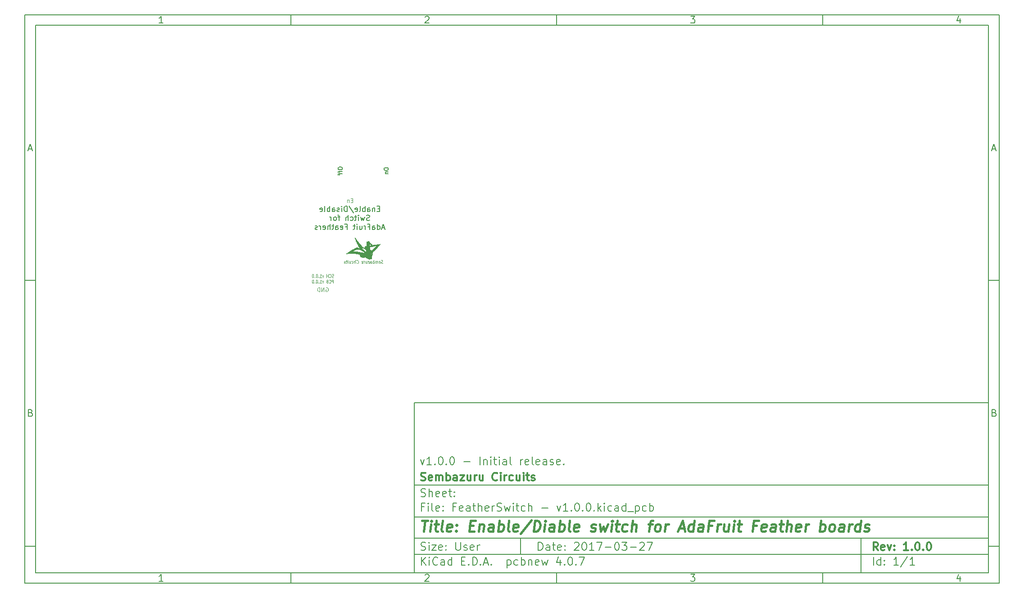
<source format=gbr>
G04 #@! TF.FileFunction,Legend,Bot*
%FSLAX46Y46*%
G04 Gerber Fmt 4.6, Leading zero omitted, Abs format (unit mm)*
G04 Created by KiCad (PCBNEW 4.0.7) date 11/03/17 12:30:38*
%MOMM*%
%LPD*%
G01*
G04 APERTURE LIST*
%ADD10C,0.100000*%
%ADD11C,0.150000*%
%ADD12C,0.300000*%
%ADD13C,0.400000*%
%ADD14C,0.101600*%
%ADD15C,0.152400*%
%ADD16C,0.127000*%
%ADD17C,0.002540*%
%ADD18C,0.076200*%
G04 APERTURE END LIST*
D10*
D11*
X83200000Y-83000000D02*
X83200000Y-115000000D01*
X191200000Y-115000000D01*
X191200000Y-83000000D01*
X83200000Y-83000000D01*
D10*
D11*
X10000000Y-10000000D02*
X10000000Y-117000000D01*
X193200000Y-117000000D01*
X193200000Y-10000000D01*
X10000000Y-10000000D01*
D10*
D11*
X12000000Y-12000000D02*
X12000000Y-115000000D01*
X191200000Y-115000000D01*
X191200000Y-12000000D01*
X12000000Y-12000000D01*
D10*
D11*
X60000000Y-12000000D02*
X60000000Y-10000000D01*
D10*
D11*
X110000000Y-12000000D02*
X110000000Y-10000000D01*
D10*
D11*
X160000000Y-12000000D02*
X160000000Y-10000000D01*
D10*
D11*
X35990476Y-11588095D02*
X35247619Y-11588095D01*
X35619048Y-11588095D02*
X35619048Y-10288095D01*
X35495238Y-10473810D01*
X35371429Y-10597619D01*
X35247619Y-10659524D01*
D10*
D11*
X85247619Y-10411905D02*
X85309524Y-10350000D01*
X85433333Y-10288095D01*
X85742857Y-10288095D01*
X85866667Y-10350000D01*
X85928571Y-10411905D01*
X85990476Y-10535714D01*
X85990476Y-10659524D01*
X85928571Y-10845238D01*
X85185714Y-11588095D01*
X85990476Y-11588095D01*
D10*
D11*
X135185714Y-10288095D02*
X135990476Y-10288095D01*
X135557143Y-10783333D01*
X135742857Y-10783333D01*
X135866667Y-10845238D01*
X135928571Y-10907143D01*
X135990476Y-11030952D01*
X135990476Y-11340476D01*
X135928571Y-11464286D01*
X135866667Y-11526190D01*
X135742857Y-11588095D01*
X135371429Y-11588095D01*
X135247619Y-11526190D01*
X135185714Y-11464286D01*
D10*
D11*
X185866667Y-10721429D02*
X185866667Y-11588095D01*
X185557143Y-10226190D02*
X185247619Y-11154762D01*
X186052381Y-11154762D01*
D10*
D11*
X60000000Y-115000000D02*
X60000000Y-117000000D01*
D10*
D11*
X110000000Y-115000000D02*
X110000000Y-117000000D01*
D10*
D11*
X160000000Y-115000000D02*
X160000000Y-117000000D01*
D10*
D11*
X35990476Y-116588095D02*
X35247619Y-116588095D01*
X35619048Y-116588095D02*
X35619048Y-115288095D01*
X35495238Y-115473810D01*
X35371429Y-115597619D01*
X35247619Y-115659524D01*
D10*
D11*
X85247619Y-115411905D02*
X85309524Y-115350000D01*
X85433333Y-115288095D01*
X85742857Y-115288095D01*
X85866667Y-115350000D01*
X85928571Y-115411905D01*
X85990476Y-115535714D01*
X85990476Y-115659524D01*
X85928571Y-115845238D01*
X85185714Y-116588095D01*
X85990476Y-116588095D01*
D10*
D11*
X135185714Y-115288095D02*
X135990476Y-115288095D01*
X135557143Y-115783333D01*
X135742857Y-115783333D01*
X135866667Y-115845238D01*
X135928571Y-115907143D01*
X135990476Y-116030952D01*
X135990476Y-116340476D01*
X135928571Y-116464286D01*
X135866667Y-116526190D01*
X135742857Y-116588095D01*
X135371429Y-116588095D01*
X135247619Y-116526190D01*
X135185714Y-116464286D01*
D10*
D11*
X185866667Y-115721429D02*
X185866667Y-116588095D01*
X185557143Y-115226190D02*
X185247619Y-116154762D01*
X186052381Y-116154762D01*
D10*
D11*
X10000000Y-60000000D02*
X12000000Y-60000000D01*
D10*
D11*
X10000000Y-110000000D02*
X12000000Y-110000000D01*
D10*
D11*
X10690476Y-35216667D02*
X11309524Y-35216667D01*
X10566667Y-35588095D02*
X11000000Y-34288095D01*
X11433333Y-35588095D01*
D10*
D11*
X11092857Y-84907143D02*
X11278571Y-84969048D01*
X11340476Y-85030952D01*
X11402381Y-85154762D01*
X11402381Y-85340476D01*
X11340476Y-85464286D01*
X11278571Y-85526190D01*
X11154762Y-85588095D01*
X10659524Y-85588095D01*
X10659524Y-84288095D01*
X11092857Y-84288095D01*
X11216667Y-84350000D01*
X11278571Y-84411905D01*
X11340476Y-84535714D01*
X11340476Y-84659524D01*
X11278571Y-84783333D01*
X11216667Y-84845238D01*
X11092857Y-84907143D01*
X10659524Y-84907143D01*
D10*
D11*
X193200000Y-60000000D02*
X191200000Y-60000000D01*
D10*
D11*
X193200000Y-110000000D02*
X191200000Y-110000000D01*
D10*
D11*
X191890476Y-35216667D02*
X192509524Y-35216667D01*
X191766667Y-35588095D02*
X192200000Y-34288095D01*
X192633333Y-35588095D01*
D10*
D11*
X192292857Y-84907143D02*
X192478571Y-84969048D01*
X192540476Y-85030952D01*
X192602381Y-85154762D01*
X192602381Y-85340476D01*
X192540476Y-85464286D01*
X192478571Y-85526190D01*
X192354762Y-85588095D01*
X191859524Y-85588095D01*
X191859524Y-84288095D01*
X192292857Y-84288095D01*
X192416667Y-84350000D01*
X192478571Y-84411905D01*
X192540476Y-84535714D01*
X192540476Y-84659524D01*
X192478571Y-84783333D01*
X192416667Y-84845238D01*
X192292857Y-84907143D01*
X191859524Y-84907143D01*
D10*
D11*
X106557143Y-110778571D02*
X106557143Y-109278571D01*
X106914286Y-109278571D01*
X107128571Y-109350000D01*
X107271429Y-109492857D01*
X107342857Y-109635714D01*
X107414286Y-109921429D01*
X107414286Y-110135714D01*
X107342857Y-110421429D01*
X107271429Y-110564286D01*
X107128571Y-110707143D01*
X106914286Y-110778571D01*
X106557143Y-110778571D01*
X108700000Y-110778571D02*
X108700000Y-109992857D01*
X108628571Y-109850000D01*
X108485714Y-109778571D01*
X108200000Y-109778571D01*
X108057143Y-109850000D01*
X108700000Y-110707143D02*
X108557143Y-110778571D01*
X108200000Y-110778571D01*
X108057143Y-110707143D01*
X107985714Y-110564286D01*
X107985714Y-110421429D01*
X108057143Y-110278571D01*
X108200000Y-110207143D01*
X108557143Y-110207143D01*
X108700000Y-110135714D01*
X109200000Y-109778571D02*
X109771429Y-109778571D01*
X109414286Y-109278571D02*
X109414286Y-110564286D01*
X109485714Y-110707143D01*
X109628572Y-110778571D01*
X109771429Y-110778571D01*
X110842857Y-110707143D02*
X110700000Y-110778571D01*
X110414286Y-110778571D01*
X110271429Y-110707143D01*
X110200000Y-110564286D01*
X110200000Y-109992857D01*
X110271429Y-109850000D01*
X110414286Y-109778571D01*
X110700000Y-109778571D01*
X110842857Y-109850000D01*
X110914286Y-109992857D01*
X110914286Y-110135714D01*
X110200000Y-110278571D01*
X111557143Y-110635714D02*
X111628571Y-110707143D01*
X111557143Y-110778571D01*
X111485714Y-110707143D01*
X111557143Y-110635714D01*
X111557143Y-110778571D01*
X111557143Y-109850000D02*
X111628571Y-109921429D01*
X111557143Y-109992857D01*
X111485714Y-109921429D01*
X111557143Y-109850000D01*
X111557143Y-109992857D01*
X113342857Y-109421429D02*
X113414286Y-109350000D01*
X113557143Y-109278571D01*
X113914286Y-109278571D01*
X114057143Y-109350000D01*
X114128572Y-109421429D01*
X114200000Y-109564286D01*
X114200000Y-109707143D01*
X114128572Y-109921429D01*
X113271429Y-110778571D01*
X114200000Y-110778571D01*
X115128571Y-109278571D02*
X115271428Y-109278571D01*
X115414285Y-109350000D01*
X115485714Y-109421429D01*
X115557143Y-109564286D01*
X115628571Y-109850000D01*
X115628571Y-110207143D01*
X115557143Y-110492857D01*
X115485714Y-110635714D01*
X115414285Y-110707143D01*
X115271428Y-110778571D01*
X115128571Y-110778571D01*
X114985714Y-110707143D01*
X114914285Y-110635714D01*
X114842857Y-110492857D01*
X114771428Y-110207143D01*
X114771428Y-109850000D01*
X114842857Y-109564286D01*
X114914285Y-109421429D01*
X114985714Y-109350000D01*
X115128571Y-109278571D01*
X117057142Y-110778571D02*
X116199999Y-110778571D01*
X116628571Y-110778571D02*
X116628571Y-109278571D01*
X116485714Y-109492857D01*
X116342856Y-109635714D01*
X116199999Y-109707143D01*
X117557142Y-109278571D02*
X118557142Y-109278571D01*
X117914285Y-110778571D01*
X119128570Y-110207143D02*
X120271427Y-110207143D01*
X121271427Y-109278571D02*
X121414284Y-109278571D01*
X121557141Y-109350000D01*
X121628570Y-109421429D01*
X121699999Y-109564286D01*
X121771427Y-109850000D01*
X121771427Y-110207143D01*
X121699999Y-110492857D01*
X121628570Y-110635714D01*
X121557141Y-110707143D01*
X121414284Y-110778571D01*
X121271427Y-110778571D01*
X121128570Y-110707143D01*
X121057141Y-110635714D01*
X120985713Y-110492857D01*
X120914284Y-110207143D01*
X120914284Y-109850000D01*
X120985713Y-109564286D01*
X121057141Y-109421429D01*
X121128570Y-109350000D01*
X121271427Y-109278571D01*
X122271427Y-109278571D02*
X123199998Y-109278571D01*
X122699998Y-109850000D01*
X122914284Y-109850000D01*
X123057141Y-109921429D01*
X123128570Y-109992857D01*
X123199998Y-110135714D01*
X123199998Y-110492857D01*
X123128570Y-110635714D01*
X123057141Y-110707143D01*
X122914284Y-110778571D01*
X122485712Y-110778571D01*
X122342855Y-110707143D01*
X122271427Y-110635714D01*
X123842855Y-110207143D02*
X124985712Y-110207143D01*
X125628569Y-109421429D02*
X125699998Y-109350000D01*
X125842855Y-109278571D01*
X126199998Y-109278571D01*
X126342855Y-109350000D01*
X126414284Y-109421429D01*
X126485712Y-109564286D01*
X126485712Y-109707143D01*
X126414284Y-109921429D01*
X125557141Y-110778571D01*
X126485712Y-110778571D01*
X126985712Y-109278571D02*
X127985712Y-109278571D01*
X127342855Y-110778571D01*
D10*
D11*
X83200000Y-111500000D02*
X191200000Y-111500000D01*
D10*
D11*
X84557143Y-113578571D02*
X84557143Y-112078571D01*
X85414286Y-113578571D02*
X84771429Y-112721429D01*
X85414286Y-112078571D02*
X84557143Y-112935714D01*
X86057143Y-113578571D02*
X86057143Y-112578571D01*
X86057143Y-112078571D02*
X85985714Y-112150000D01*
X86057143Y-112221429D01*
X86128571Y-112150000D01*
X86057143Y-112078571D01*
X86057143Y-112221429D01*
X87628572Y-113435714D02*
X87557143Y-113507143D01*
X87342857Y-113578571D01*
X87200000Y-113578571D01*
X86985715Y-113507143D01*
X86842857Y-113364286D01*
X86771429Y-113221429D01*
X86700000Y-112935714D01*
X86700000Y-112721429D01*
X86771429Y-112435714D01*
X86842857Y-112292857D01*
X86985715Y-112150000D01*
X87200000Y-112078571D01*
X87342857Y-112078571D01*
X87557143Y-112150000D01*
X87628572Y-112221429D01*
X88914286Y-113578571D02*
X88914286Y-112792857D01*
X88842857Y-112650000D01*
X88700000Y-112578571D01*
X88414286Y-112578571D01*
X88271429Y-112650000D01*
X88914286Y-113507143D02*
X88771429Y-113578571D01*
X88414286Y-113578571D01*
X88271429Y-113507143D01*
X88200000Y-113364286D01*
X88200000Y-113221429D01*
X88271429Y-113078571D01*
X88414286Y-113007143D01*
X88771429Y-113007143D01*
X88914286Y-112935714D01*
X90271429Y-113578571D02*
X90271429Y-112078571D01*
X90271429Y-113507143D02*
X90128572Y-113578571D01*
X89842858Y-113578571D01*
X89700000Y-113507143D01*
X89628572Y-113435714D01*
X89557143Y-113292857D01*
X89557143Y-112864286D01*
X89628572Y-112721429D01*
X89700000Y-112650000D01*
X89842858Y-112578571D01*
X90128572Y-112578571D01*
X90271429Y-112650000D01*
X92128572Y-112792857D02*
X92628572Y-112792857D01*
X92842858Y-113578571D02*
X92128572Y-113578571D01*
X92128572Y-112078571D01*
X92842858Y-112078571D01*
X93485715Y-113435714D02*
X93557143Y-113507143D01*
X93485715Y-113578571D01*
X93414286Y-113507143D01*
X93485715Y-113435714D01*
X93485715Y-113578571D01*
X94200001Y-113578571D02*
X94200001Y-112078571D01*
X94557144Y-112078571D01*
X94771429Y-112150000D01*
X94914287Y-112292857D01*
X94985715Y-112435714D01*
X95057144Y-112721429D01*
X95057144Y-112935714D01*
X94985715Y-113221429D01*
X94914287Y-113364286D01*
X94771429Y-113507143D01*
X94557144Y-113578571D01*
X94200001Y-113578571D01*
X95700001Y-113435714D02*
X95771429Y-113507143D01*
X95700001Y-113578571D01*
X95628572Y-113507143D01*
X95700001Y-113435714D01*
X95700001Y-113578571D01*
X96342858Y-113150000D02*
X97057144Y-113150000D01*
X96200001Y-113578571D02*
X96700001Y-112078571D01*
X97200001Y-113578571D01*
X97700001Y-113435714D02*
X97771429Y-113507143D01*
X97700001Y-113578571D01*
X97628572Y-113507143D01*
X97700001Y-113435714D01*
X97700001Y-113578571D01*
X100700001Y-112578571D02*
X100700001Y-114078571D01*
X100700001Y-112650000D02*
X100842858Y-112578571D01*
X101128572Y-112578571D01*
X101271429Y-112650000D01*
X101342858Y-112721429D01*
X101414287Y-112864286D01*
X101414287Y-113292857D01*
X101342858Y-113435714D01*
X101271429Y-113507143D01*
X101128572Y-113578571D01*
X100842858Y-113578571D01*
X100700001Y-113507143D01*
X102700001Y-113507143D02*
X102557144Y-113578571D01*
X102271430Y-113578571D01*
X102128572Y-113507143D01*
X102057144Y-113435714D01*
X101985715Y-113292857D01*
X101985715Y-112864286D01*
X102057144Y-112721429D01*
X102128572Y-112650000D01*
X102271430Y-112578571D01*
X102557144Y-112578571D01*
X102700001Y-112650000D01*
X103342858Y-113578571D02*
X103342858Y-112078571D01*
X103342858Y-112650000D02*
X103485715Y-112578571D01*
X103771429Y-112578571D01*
X103914286Y-112650000D01*
X103985715Y-112721429D01*
X104057144Y-112864286D01*
X104057144Y-113292857D01*
X103985715Y-113435714D01*
X103914286Y-113507143D01*
X103771429Y-113578571D01*
X103485715Y-113578571D01*
X103342858Y-113507143D01*
X104700001Y-112578571D02*
X104700001Y-113578571D01*
X104700001Y-112721429D02*
X104771429Y-112650000D01*
X104914287Y-112578571D01*
X105128572Y-112578571D01*
X105271429Y-112650000D01*
X105342858Y-112792857D01*
X105342858Y-113578571D01*
X106628572Y-113507143D02*
X106485715Y-113578571D01*
X106200001Y-113578571D01*
X106057144Y-113507143D01*
X105985715Y-113364286D01*
X105985715Y-112792857D01*
X106057144Y-112650000D01*
X106200001Y-112578571D01*
X106485715Y-112578571D01*
X106628572Y-112650000D01*
X106700001Y-112792857D01*
X106700001Y-112935714D01*
X105985715Y-113078571D01*
X107200001Y-112578571D02*
X107485715Y-113578571D01*
X107771429Y-112864286D01*
X108057144Y-113578571D01*
X108342858Y-112578571D01*
X110700001Y-112578571D02*
X110700001Y-113578571D01*
X110342858Y-112007143D02*
X109985715Y-113078571D01*
X110914287Y-113078571D01*
X111485715Y-113435714D02*
X111557143Y-113507143D01*
X111485715Y-113578571D01*
X111414286Y-113507143D01*
X111485715Y-113435714D01*
X111485715Y-113578571D01*
X112485715Y-112078571D02*
X112628572Y-112078571D01*
X112771429Y-112150000D01*
X112842858Y-112221429D01*
X112914287Y-112364286D01*
X112985715Y-112650000D01*
X112985715Y-113007143D01*
X112914287Y-113292857D01*
X112842858Y-113435714D01*
X112771429Y-113507143D01*
X112628572Y-113578571D01*
X112485715Y-113578571D01*
X112342858Y-113507143D01*
X112271429Y-113435714D01*
X112200001Y-113292857D01*
X112128572Y-113007143D01*
X112128572Y-112650000D01*
X112200001Y-112364286D01*
X112271429Y-112221429D01*
X112342858Y-112150000D01*
X112485715Y-112078571D01*
X113628572Y-113435714D02*
X113700000Y-113507143D01*
X113628572Y-113578571D01*
X113557143Y-113507143D01*
X113628572Y-113435714D01*
X113628572Y-113578571D01*
X114200001Y-112078571D02*
X115200001Y-112078571D01*
X114557144Y-113578571D01*
D10*
D11*
X83200000Y-108500000D02*
X191200000Y-108500000D01*
D10*
D12*
X170414286Y-110778571D02*
X169914286Y-110064286D01*
X169557143Y-110778571D02*
X169557143Y-109278571D01*
X170128571Y-109278571D01*
X170271429Y-109350000D01*
X170342857Y-109421429D01*
X170414286Y-109564286D01*
X170414286Y-109778571D01*
X170342857Y-109921429D01*
X170271429Y-109992857D01*
X170128571Y-110064286D01*
X169557143Y-110064286D01*
X171628571Y-110707143D02*
X171485714Y-110778571D01*
X171200000Y-110778571D01*
X171057143Y-110707143D01*
X170985714Y-110564286D01*
X170985714Y-109992857D01*
X171057143Y-109850000D01*
X171200000Y-109778571D01*
X171485714Y-109778571D01*
X171628571Y-109850000D01*
X171700000Y-109992857D01*
X171700000Y-110135714D01*
X170985714Y-110278571D01*
X172200000Y-109778571D02*
X172557143Y-110778571D01*
X172914285Y-109778571D01*
X173485714Y-110635714D02*
X173557142Y-110707143D01*
X173485714Y-110778571D01*
X173414285Y-110707143D01*
X173485714Y-110635714D01*
X173485714Y-110778571D01*
X173485714Y-109850000D02*
X173557142Y-109921429D01*
X173485714Y-109992857D01*
X173414285Y-109921429D01*
X173485714Y-109850000D01*
X173485714Y-109992857D01*
X176128571Y-110778571D02*
X175271428Y-110778571D01*
X175700000Y-110778571D02*
X175700000Y-109278571D01*
X175557143Y-109492857D01*
X175414285Y-109635714D01*
X175271428Y-109707143D01*
X176771428Y-110635714D02*
X176842856Y-110707143D01*
X176771428Y-110778571D01*
X176699999Y-110707143D01*
X176771428Y-110635714D01*
X176771428Y-110778571D01*
X177771428Y-109278571D02*
X177914285Y-109278571D01*
X178057142Y-109350000D01*
X178128571Y-109421429D01*
X178200000Y-109564286D01*
X178271428Y-109850000D01*
X178271428Y-110207143D01*
X178200000Y-110492857D01*
X178128571Y-110635714D01*
X178057142Y-110707143D01*
X177914285Y-110778571D01*
X177771428Y-110778571D01*
X177628571Y-110707143D01*
X177557142Y-110635714D01*
X177485714Y-110492857D01*
X177414285Y-110207143D01*
X177414285Y-109850000D01*
X177485714Y-109564286D01*
X177557142Y-109421429D01*
X177628571Y-109350000D01*
X177771428Y-109278571D01*
X178914285Y-110635714D02*
X178985713Y-110707143D01*
X178914285Y-110778571D01*
X178842856Y-110707143D01*
X178914285Y-110635714D01*
X178914285Y-110778571D01*
X179914285Y-109278571D02*
X180057142Y-109278571D01*
X180199999Y-109350000D01*
X180271428Y-109421429D01*
X180342857Y-109564286D01*
X180414285Y-109850000D01*
X180414285Y-110207143D01*
X180342857Y-110492857D01*
X180271428Y-110635714D01*
X180199999Y-110707143D01*
X180057142Y-110778571D01*
X179914285Y-110778571D01*
X179771428Y-110707143D01*
X179699999Y-110635714D01*
X179628571Y-110492857D01*
X179557142Y-110207143D01*
X179557142Y-109850000D01*
X179628571Y-109564286D01*
X179699999Y-109421429D01*
X179771428Y-109350000D01*
X179914285Y-109278571D01*
D10*
D11*
X84485714Y-110707143D02*
X84700000Y-110778571D01*
X85057143Y-110778571D01*
X85200000Y-110707143D01*
X85271429Y-110635714D01*
X85342857Y-110492857D01*
X85342857Y-110350000D01*
X85271429Y-110207143D01*
X85200000Y-110135714D01*
X85057143Y-110064286D01*
X84771429Y-109992857D01*
X84628571Y-109921429D01*
X84557143Y-109850000D01*
X84485714Y-109707143D01*
X84485714Y-109564286D01*
X84557143Y-109421429D01*
X84628571Y-109350000D01*
X84771429Y-109278571D01*
X85128571Y-109278571D01*
X85342857Y-109350000D01*
X85985714Y-110778571D02*
X85985714Y-109778571D01*
X85985714Y-109278571D02*
X85914285Y-109350000D01*
X85985714Y-109421429D01*
X86057142Y-109350000D01*
X85985714Y-109278571D01*
X85985714Y-109421429D01*
X86557143Y-109778571D02*
X87342857Y-109778571D01*
X86557143Y-110778571D01*
X87342857Y-110778571D01*
X88485714Y-110707143D02*
X88342857Y-110778571D01*
X88057143Y-110778571D01*
X87914286Y-110707143D01*
X87842857Y-110564286D01*
X87842857Y-109992857D01*
X87914286Y-109850000D01*
X88057143Y-109778571D01*
X88342857Y-109778571D01*
X88485714Y-109850000D01*
X88557143Y-109992857D01*
X88557143Y-110135714D01*
X87842857Y-110278571D01*
X89200000Y-110635714D02*
X89271428Y-110707143D01*
X89200000Y-110778571D01*
X89128571Y-110707143D01*
X89200000Y-110635714D01*
X89200000Y-110778571D01*
X89200000Y-109850000D02*
X89271428Y-109921429D01*
X89200000Y-109992857D01*
X89128571Y-109921429D01*
X89200000Y-109850000D01*
X89200000Y-109992857D01*
X91057143Y-109278571D02*
X91057143Y-110492857D01*
X91128571Y-110635714D01*
X91200000Y-110707143D01*
X91342857Y-110778571D01*
X91628571Y-110778571D01*
X91771429Y-110707143D01*
X91842857Y-110635714D01*
X91914286Y-110492857D01*
X91914286Y-109278571D01*
X92557143Y-110707143D02*
X92700000Y-110778571D01*
X92985715Y-110778571D01*
X93128572Y-110707143D01*
X93200000Y-110564286D01*
X93200000Y-110492857D01*
X93128572Y-110350000D01*
X92985715Y-110278571D01*
X92771429Y-110278571D01*
X92628572Y-110207143D01*
X92557143Y-110064286D01*
X92557143Y-109992857D01*
X92628572Y-109850000D01*
X92771429Y-109778571D01*
X92985715Y-109778571D01*
X93128572Y-109850000D01*
X94414286Y-110707143D02*
X94271429Y-110778571D01*
X93985715Y-110778571D01*
X93842858Y-110707143D01*
X93771429Y-110564286D01*
X93771429Y-109992857D01*
X93842858Y-109850000D01*
X93985715Y-109778571D01*
X94271429Y-109778571D01*
X94414286Y-109850000D01*
X94485715Y-109992857D01*
X94485715Y-110135714D01*
X93771429Y-110278571D01*
X95128572Y-110778571D02*
X95128572Y-109778571D01*
X95128572Y-110064286D02*
X95200000Y-109921429D01*
X95271429Y-109850000D01*
X95414286Y-109778571D01*
X95557143Y-109778571D01*
D10*
D11*
X169557143Y-113578571D02*
X169557143Y-112078571D01*
X170914286Y-113578571D02*
X170914286Y-112078571D01*
X170914286Y-113507143D02*
X170771429Y-113578571D01*
X170485715Y-113578571D01*
X170342857Y-113507143D01*
X170271429Y-113435714D01*
X170200000Y-113292857D01*
X170200000Y-112864286D01*
X170271429Y-112721429D01*
X170342857Y-112650000D01*
X170485715Y-112578571D01*
X170771429Y-112578571D01*
X170914286Y-112650000D01*
X171628572Y-113435714D02*
X171700000Y-113507143D01*
X171628572Y-113578571D01*
X171557143Y-113507143D01*
X171628572Y-113435714D01*
X171628572Y-113578571D01*
X171628572Y-112650000D02*
X171700000Y-112721429D01*
X171628572Y-112792857D01*
X171557143Y-112721429D01*
X171628572Y-112650000D01*
X171628572Y-112792857D01*
X174271429Y-113578571D02*
X173414286Y-113578571D01*
X173842858Y-113578571D02*
X173842858Y-112078571D01*
X173700001Y-112292857D01*
X173557143Y-112435714D01*
X173414286Y-112507143D01*
X175985714Y-112007143D02*
X174700000Y-113935714D01*
X177271429Y-113578571D02*
X176414286Y-113578571D01*
X176842858Y-113578571D02*
X176842858Y-112078571D01*
X176700001Y-112292857D01*
X176557143Y-112435714D01*
X176414286Y-112507143D01*
D10*
D11*
X83200000Y-104500000D02*
X191200000Y-104500000D01*
D10*
D13*
X84652381Y-105204762D02*
X85795238Y-105204762D01*
X84973810Y-107204762D02*
X85223810Y-105204762D01*
X86211905Y-107204762D02*
X86378571Y-105871429D01*
X86461905Y-105204762D02*
X86354762Y-105300000D01*
X86438095Y-105395238D01*
X86545239Y-105300000D01*
X86461905Y-105204762D01*
X86438095Y-105395238D01*
X87045238Y-105871429D02*
X87807143Y-105871429D01*
X87414286Y-105204762D02*
X87200000Y-106919048D01*
X87271430Y-107109524D01*
X87450001Y-107204762D01*
X87640477Y-107204762D01*
X88592858Y-107204762D02*
X88414287Y-107109524D01*
X88342857Y-106919048D01*
X88557143Y-105204762D01*
X90128572Y-107109524D02*
X89926191Y-107204762D01*
X89545239Y-107204762D01*
X89366667Y-107109524D01*
X89295238Y-106919048D01*
X89390476Y-106157143D01*
X89509524Y-105966667D01*
X89711905Y-105871429D01*
X90092857Y-105871429D01*
X90271429Y-105966667D01*
X90342857Y-106157143D01*
X90319048Y-106347619D01*
X89342857Y-106538095D01*
X91092857Y-107014286D02*
X91176192Y-107109524D01*
X91069048Y-107204762D01*
X90985715Y-107109524D01*
X91092857Y-107014286D01*
X91069048Y-107204762D01*
X91223810Y-105966667D02*
X91307144Y-106061905D01*
X91200000Y-106157143D01*
X91116667Y-106061905D01*
X91223810Y-105966667D01*
X91200000Y-106157143D01*
X93676191Y-106157143D02*
X94342858Y-106157143D01*
X94497620Y-107204762D02*
X93545239Y-107204762D01*
X93795239Y-105204762D01*
X94747620Y-105204762D01*
X95521429Y-105871429D02*
X95354763Y-107204762D01*
X95497620Y-106061905D02*
X95604764Y-105966667D01*
X95807144Y-105871429D01*
X96092858Y-105871429D01*
X96271430Y-105966667D01*
X96342858Y-106157143D01*
X96211906Y-107204762D01*
X98021430Y-107204762D02*
X98152382Y-106157143D01*
X98080954Y-105966667D01*
X97902382Y-105871429D01*
X97521430Y-105871429D01*
X97319049Y-105966667D01*
X98033335Y-107109524D02*
X97830954Y-107204762D01*
X97354764Y-107204762D01*
X97176192Y-107109524D01*
X97104763Y-106919048D01*
X97128573Y-106728571D01*
X97247620Y-106538095D01*
X97450002Y-106442857D01*
X97926192Y-106442857D01*
X98128573Y-106347619D01*
X98973811Y-107204762D02*
X99223811Y-105204762D01*
X99128573Y-105966667D02*
X99330954Y-105871429D01*
X99711906Y-105871429D01*
X99890478Y-105966667D01*
X99973811Y-106061905D01*
X100045239Y-106252381D01*
X99973811Y-106823810D01*
X99854763Y-107014286D01*
X99747621Y-107109524D01*
X99545240Y-107204762D01*
X99164288Y-107204762D01*
X98985716Y-107109524D01*
X101069050Y-107204762D02*
X100890479Y-107109524D01*
X100819049Y-106919048D01*
X101033335Y-105204762D01*
X102604764Y-107109524D02*
X102402383Y-107204762D01*
X102021431Y-107204762D01*
X101842859Y-107109524D01*
X101771430Y-106919048D01*
X101866668Y-106157143D01*
X101985716Y-105966667D01*
X102188097Y-105871429D01*
X102569049Y-105871429D01*
X102747621Y-105966667D01*
X102819049Y-106157143D01*
X102795240Y-106347619D01*
X101819049Y-106538095D01*
X105235717Y-105109524D02*
X103200002Y-107680952D01*
X105640478Y-107204762D02*
X105890478Y-105204762D01*
X106366669Y-105204762D01*
X106640478Y-105300000D01*
X106807145Y-105490476D01*
X106878574Y-105680952D01*
X106926193Y-106061905D01*
X106890479Y-106347619D01*
X106747622Y-106728571D01*
X106628573Y-106919048D01*
X106414288Y-107109524D01*
X106116669Y-107204762D01*
X105640478Y-107204762D01*
X107640478Y-107204762D02*
X107807144Y-105871429D01*
X107890478Y-105204762D02*
X107783335Y-105300000D01*
X107866668Y-105395238D01*
X107973812Y-105300000D01*
X107890478Y-105204762D01*
X107866668Y-105395238D01*
X109450002Y-107204762D02*
X109580954Y-106157143D01*
X109509526Y-105966667D01*
X109330954Y-105871429D01*
X108950002Y-105871429D01*
X108747621Y-105966667D01*
X109461907Y-107109524D02*
X109259526Y-107204762D01*
X108783336Y-107204762D01*
X108604764Y-107109524D01*
X108533335Y-106919048D01*
X108557145Y-106728571D01*
X108676192Y-106538095D01*
X108878574Y-106442857D01*
X109354764Y-106442857D01*
X109557145Y-106347619D01*
X110402383Y-107204762D02*
X110652383Y-105204762D01*
X110557145Y-105966667D02*
X110759526Y-105871429D01*
X111140478Y-105871429D01*
X111319050Y-105966667D01*
X111402383Y-106061905D01*
X111473811Y-106252381D01*
X111402383Y-106823810D01*
X111283335Y-107014286D01*
X111176193Y-107109524D01*
X110973812Y-107204762D01*
X110592860Y-107204762D01*
X110414288Y-107109524D01*
X112497622Y-107204762D02*
X112319051Y-107109524D01*
X112247621Y-106919048D01*
X112461907Y-105204762D01*
X114033336Y-107109524D02*
X113830955Y-107204762D01*
X113450003Y-107204762D01*
X113271431Y-107109524D01*
X113200002Y-106919048D01*
X113295240Y-106157143D01*
X113414288Y-105966667D01*
X113616669Y-105871429D01*
X113997621Y-105871429D01*
X114176193Y-105966667D01*
X114247621Y-106157143D01*
X114223812Y-106347619D01*
X113247621Y-106538095D01*
X116414289Y-107109524D02*
X116592861Y-107204762D01*
X116973813Y-107204762D01*
X117176194Y-107109524D01*
X117295241Y-106919048D01*
X117307146Y-106823810D01*
X117235717Y-106633333D01*
X117057146Y-106538095D01*
X116771432Y-106538095D01*
X116592860Y-106442857D01*
X116521431Y-106252381D01*
X116533336Y-106157143D01*
X116652384Y-105966667D01*
X116854765Y-105871429D01*
X117140479Y-105871429D01*
X117319051Y-105966667D01*
X118092860Y-105871429D02*
X118307147Y-107204762D01*
X118807146Y-106252381D01*
X119069051Y-107204762D01*
X119616670Y-105871429D01*
X120211908Y-107204762D02*
X120378574Y-105871429D01*
X120461908Y-105204762D02*
X120354765Y-105300000D01*
X120438098Y-105395238D01*
X120545242Y-105300000D01*
X120461908Y-105204762D01*
X120438098Y-105395238D01*
X121045241Y-105871429D02*
X121807146Y-105871429D01*
X121414289Y-105204762D02*
X121200003Y-106919048D01*
X121271433Y-107109524D01*
X121450004Y-107204762D01*
X121640480Y-107204762D01*
X123176194Y-107109524D02*
X122973813Y-107204762D01*
X122592861Y-107204762D01*
X122414290Y-107109524D01*
X122330955Y-107014286D01*
X122259527Y-106823810D01*
X122330955Y-106252381D01*
X122450003Y-106061905D01*
X122557147Y-105966667D01*
X122759527Y-105871429D01*
X123140479Y-105871429D01*
X123319051Y-105966667D01*
X124021432Y-107204762D02*
X124271432Y-105204762D01*
X124878575Y-107204762D02*
X125009527Y-106157143D01*
X124938099Y-105966667D01*
X124759527Y-105871429D01*
X124473813Y-105871429D01*
X124271433Y-105966667D01*
X124164289Y-106061905D01*
X127235718Y-105871429D02*
X127997623Y-105871429D01*
X127354766Y-107204762D02*
X127569052Y-105490476D01*
X127688100Y-105300000D01*
X127890481Y-105204762D01*
X128080957Y-105204762D01*
X128783338Y-107204762D02*
X128604767Y-107109524D01*
X128521432Y-107014286D01*
X128450004Y-106823810D01*
X128521432Y-106252381D01*
X128640480Y-106061905D01*
X128747624Y-105966667D01*
X128950004Y-105871429D01*
X129235718Y-105871429D01*
X129414290Y-105966667D01*
X129497623Y-106061905D01*
X129569051Y-106252381D01*
X129497623Y-106823810D01*
X129378575Y-107014286D01*
X129271433Y-107109524D01*
X129069052Y-107204762D01*
X128783338Y-107204762D01*
X130307147Y-107204762D02*
X130473813Y-105871429D01*
X130426194Y-106252381D02*
X130545243Y-106061905D01*
X130652386Y-105966667D01*
X130854766Y-105871429D01*
X131045242Y-105871429D01*
X133045242Y-106633333D02*
X133997623Y-106633333D01*
X132783338Y-107204762D02*
X133700005Y-105204762D01*
X134116672Y-107204762D01*
X135640481Y-107204762D02*
X135890481Y-105204762D01*
X135652386Y-107109524D02*
X135450005Y-107204762D01*
X135069053Y-107204762D01*
X134890482Y-107109524D01*
X134807147Y-107014286D01*
X134735719Y-106823810D01*
X134807147Y-106252381D01*
X134926195Y-106061905D01*
X135033339Y-105966667D01*
X135235719Y-105871429D01*
X135616671Y-105871429D01*
X135795243Y-105966667D01*
X137450005Y-107204762D02*
X137580957Y-106157143D01*
X137509529Y-105966667D01*
X137330957Y-105871429D01*
X136950005Y-105871429D01*
X136747624Y-105966667D01*
X137461910Y-107109524D02*
X137259529Y-107204762D01*
X136783339Y-107204762D01*
X136604767Y-107109524D01*
X136533338Y-106919048D01*
X136557148Y-106728571D01*
X136676195Y-106538095D01*
X136878577Y-106442857D01*
X137354767Y-106442857D01*
X137557148Y-106347619D01*
X139200005Y-106157143D02*
X138533338Y-106157143D01*
X138402386Y-107204762D02*
X138652386Y-105204762D01*
X139604767Y-105204762D01*
X140116672Y-107204762D02*
X140283338Y-105871429D01*
X140235719Y-106252381D02*
X140354768Y-106061905D01*
X140461911Y-105966667D01*
X140664291Y-105871429D01*
X140854767Y-105871429D01*
X142378576Y-105871429D02*
X142211910Y-107204762D01*
X141521433Y-105871429D02*
X141390481Y-106919048D01*
X141461911Y-107109524D01*
X141640482Y-107204762D01*
X141926196Y-107204762D01*
X142128577Y-107109524D01*
X142235719Y-107014286D01*
X143164291Y-107204762D02*
X143330957Y-105871429D01*
X143414291Y-105204762D02*
X143307148Y-105300000D01*
X143390481Y-105395238D01*
X143497625Y-105300000D01*
X143414291Y-105204762D01*
X143390481Y-105395238D01*
X143997624Y-105871429D02*
X144759529Y-105871429D01*
X144366672Y-105204762D02*
X144152386Y-106919048D01*
X144223816Y-107109524D01*
X144402387Y-107204762D01*
X144592863Y-107204762D01*
X147580958Y-106157143D02*
X146914291Y-106157143D01*
X146783339Y-107204762D02*
X147033339Y-105204762D01*
X147985720Y-105204762D01*
X149271435Y-107109524D02*
X149069054Y-107204762D01*
X148688102Y-107204762D01*
X148509530Y-107109524D01*
X148438101Y-106919048D01*
X148533339Y-106157143D01*
X148652387Y-105966667D01*
X148854768Y-105871429D01*
X149235720Y-105871429D01*
X149414292Y-105966667D01*
X149485720Y-106157143D01*
X149461911Y-106347619D01*
X148485720Y-106538095D01*
X151069054Y-107204762D02*
X151200006Y-106157143D01*
X151128578Y-105966667D01*
X150950006Y-105871429D01*
X150569054Y-105871429D01*
X150366673Y-105966667D01*
X151080959Y-107109524D02*
X150878578Y-107204762D01*
X150402388Y-107204762D01*
X150223816Y-107109524D01*
X150152387Y-106919048D01*
X150176197Y-106728571D01*
X150295244Y-106538095D01*
X150497626Y-106442857D01*
X150973816Y-106442857D01*
X151176197Y-106347619D01*
X151902387Y-105871429D02*
X152664292Y-105871429D01*
X152271435Y-105204762D02*
X152057149Y-106919048D01*
X152128579Y-107109524D01*
X152307150Y-107204762D01*
X152497626Y-107204762D01*
X153164292Y-107204762D02*
X153414292Y-105204762D01*
X154021435Y-107204762D02*
X154152387Y-106157143D01*
X154080959Y-105966667D01*
X153902387Y-105871429D01*
X153616673Y-105871429D01*
X153414293Y-105966667D01*
X153307149Y-106061905D01*
X155747626Y-107109524D02*
X155545245Y-107204762D01*
X155164293Y-107204762D01*
X154985721Y-107109524D01*
X154914292Y-106919048D01*
X155009530Y-106157143D01*
X155128578Y-105966667D01*
X155330959Y-105871429D01*
X155711911Y-105871429D01*
X155890483Y-105966667D01*
X155961911Y-106157143D01*
X155938102Y-106347619D01*
X154961911Y-106538095D01*
X156688102Y-107204762D02*
X156854768Y-105871429D01*
X156807149Y-106252381D02*
X156926198Y-106061905D01*
X157033341Y-105966667D01*
X157235721Y-105871429D01*
X157426197Y-105871429D01*
X159450007Y-107204762D02*
X159700007Y-105204762D01*
X159604769Y-105966667D02*
X159807150Y-105871429D01*
X160188102Y-105871429D01*
X160366674Y-105966667D01*
X160450007Y-106061905D01*
X160521435Y-106252381D01*
X160450007Y-106823810D01*
X160330959Y-107014286D01*
X160223817Y-107109524D01*
X160021436Y-107204762D01*
X159640484Y-107204762D01*
X159461912Y-107109524D01*
X161545246Y-107204762D02*
X161366675Y-107109524D01*
X161283340Y-107014286D01*
X161211912Y-106823810D01*
X161283340Y-106252381D01*
X161402388Y-106061905D01*
X161509532Y-105966667D01*
X161711912Y-105871429D01*
X161997626Y-105871429D01*
X162176198Y-105966667D01*
X162259531Y-106061905D01*
X162330959Y-106252381D01*
X162259531Y-106823810D01*
X162140483Y-107014286D01*
X162033341Y-107109524D01*
X161830960Y-107204762D01*
X161545246Y-107204762D01*
X163926198Y-107204762D02*
X164057150Y-106157143D01*
X163985722Y-105966667D01*
X163807150Y-105871429D01*
X163426198Y-105871429D01*
X163223817Y-105966667D01*
X163938103Y-107109524D02*
X163735722Y-107204762D01*
X163259532Y-107204762D01*
X163080960Y-107109524D01*
X163009531Y-106919048D01*
X163033341Y-106728571D01*
X163152388Y-106538095D01*
X163354770Y-106442857D01*
X163830960Y-106442857D01*
X164033341Y-106347619D01*
X164878579Y-107204762D02*
X165045245Y-105871429D01*
X164997626Y-106252381D02*
X165116675Y-106061905D01*
X165223818Y-105966667D01*
X165426198Y-105871429D01*
X165616674Y-105871429D01*
X166973817Y-107204762D02*
X167223817Y-105204762D01*
X166985722Y-107109524D02*
X166783341Y-107204762D01*
X166402389Y-107204762D01*
X166223818Y-107109524D01*
X166140483Y-107014286D01*
X166069055Y-106823810D01*
X166140483Y-106252381D01*
X166259531Y-106061905D01*
X166366675Y-105966667D01*
X166569055Y-105871429D01*
X166950007Y-105871429D01*
X167128579Y-105966667D01*
X167842865Y-107109524D02*
X168021437Y-107204762D01*
X168402389Y-107204762D01*
X168604770Y-107109524D01*
X168723817Y-106919048D01*
X168735722Y-106823810D01*
X168664293Y-106633333D01*
X168485722Y-106538095D01*
X168200008Y-106538095D01*
X168021436Y-106442857D01*
X167950007Y-106252381D01*
X167961912Y-106157143D01*
X168080960Y-105966667D01*
X168283341Y-105871429D01*
X168569055Y-105871429D01*
X168747627Y-105966667D01*
D10*
D11*
X85057143Y-102592857D02*
X84557143Y-102592857D01*
X84557143Y-103378571D02*
X84557143Y-101878571D01*
X85271429Y-101878571D01*
X85842857Y-103378571D02*
X85842857Y-102378571D01*
X85842857Y-101878571D02*
X85771428Y-101950000D01*
X85842857Y-102021429D01*
X85914285Y-101950000D01*
X85842857Y-101878571D01*
X85842857Y-102021429D01*
X86771429Y-103378571D02*
X86628571Y-103307143D01*
X86557143Y-103164286D01*
X86557143Y-101878571D01*
X87914285Y-103307143D02*
X87771428Y-103378571D01*
X87485714Y-103378571D01*
X87342857Y-103307143D01*
X87271428Y-103164286D01*
X87271428Y-102592857D01*
X87342857Y-102450000D01*
X87485714Y-102378571D01*
X87771428Y-102378571D01*
X87914285Y-102450000D01*
X87985714Y-102592857D01*
X87985714Y-102735714D01*
X87271428Y-102878571D01*
X88628571Y-103235714D02*
X88699999Y-103307143D01*
X88628571Y-103378571D01*
X88557142Y-103307143D01*
X88628571Y-103235714D01*
X88628571Y-103378571D01*
X88628571Y-102450000D02*
X88699999Y-102521429D01*
X88628571Y-102592857D01*
X88557142Y-102521429D01*
X88628571Y-102450000D01*
X88628571Y-102592857D01*
X90985714Y-102592857D02*
X90485714Y-102592857D01*
X90485714Y-103378571D02*
X90485714Y-101878571D01*
X91200000Y-101878571D01*
X92342856Y-103307143D02*
X92199999Y-103378571D01*
X91914285Y-103378571D01*
X91771428Y-103307143D01*
X91699999Y-103164286D01*
X91699999Y-102592857D01*
X91771428Y-102450000D01*
X91914285Y-102378571D01*
X92199999Y-102378571D01*
X92342856Y-102450000D01*
X92414285Y-102592857D01*
X92414285Y-102735714D01*
X91699999Y-102878571D01*
X93699999Y-103378571D02*
X93699999Y-102592857D01*
X93628570Y-102450000D01*
X93485713Y-102378571D01*
X93199999Y-102378571D01*
X93057142Y-102450000D01*
X93699999Y-103307143D02*
X93557142Y-103378571D01*
X93199999Y-103378571D01*
X93057142Y-103307143D01*
X92985713Y-103164286D01*
X92985713Y-103021429D01*
X93057142Y-102878571D01*
X93199999Y-102807143D01*
X93557142Y-102807143D01*
X93699999Y-102735714D01*
X94199999Y-102378571D02*
X94771428Y-102378571D01*
X94414285Y-101878571D02*
X94414285Y-103164286D01*
X94485713Y-103307143D01*
X94628571Y-103378571D01*
X94771428Y-103378571D01*
X95271428Y-103378571D02*
X95271428Y-101878571D01*
X95914285Y-103378571D02*
X95914285Y-102592857D01*
X95842856Y-102450000D01*
X95699999Y-102378571D01*
X95485714Y-102378571D01*
X95342856Y-102450000D01*
X95271428Y-102521429D01*
X97199999Y-103307143D02*
X97057142Y-103378571D01*
X96771428Y-103378571D01*
X96628571Y-103307143D01*
X96557142Y-103164286D01*
X96557142Y-102592857D01*
X96628571Y-102450000D01*
X96771428Y-102378571D01*
X97057142Y-102378571D01*
X97199999Y-102450000D01*
X97271428Y-102592857D01*
X97271428Y-102735714D01*
X96557142Y-102878571D01*
X97914285Y-103378571D02*
X97914285Y-102378571D01*
X97914285Y-102664286D02*
X97985713Y-102521429D01*
X98057142Y-102450000D01*
X98199999Y-102378571D01*
X98342856Y-102378571D01*
X98771427Y-103307143D02*
X98985713Y-103378571D01*
X99342856Y-103378571D01*
X99485713Y-103307143D01*
X99557142Y-103235714D01*
X99628570Y-103092857D01*
X99628570Y-102950000D01*
X99557142Y-102807143D01*
X99485713Y-102735714D01*
X99342856Y-102664286D01*
X99057142Y-102592857D01*
X98914284Y-102521429D01*
X98842856Y-102450000D01*
X98771427Y-102307143D01*
X98771427Y-102164286D01*
X98842856Y-102021429D01*
X98914284Y-101950000D01*
X99057142Y-101878571D01*
X99414284Y-101878571D01*
X99628570Y-101950000D01*
X100128570Y-102378571D02*
X100414284Y-103378571D01*
X100699998Y-102664286D01*
X100985713Y-103378571D01*
X101271427Y-102378571D01*
X101842856Y-103378571D02*
X101842856Y-102378571D01*
X101842856Y-101878571D02*
X101771427Y-101950000D01*
X101842856Y-102021429D01*
X101914284Y-101950000D01*
X101842856Y-101878571D01*
X101842856Y-102021429D01*
X102342856Y-102378571D02*
X102914285Y-102378571D01*
X102557142Y-101878571D02*
X102557142Y-103164286D01*
X102628570Y-103307143D01*
X102771428Y-103378571D01*
X102914285Y-103378571D01*
X104057142Y-103307143D02*
X103914285Y-103378571D01*
X103628571Y-103378571D01*
X103485713Y-103307143D01*
X103414285Y-103235714D01*
X103342856Y-103092857D01*
X103342856Y-102664286D01*
X103414285Y-102521429D01*
X103485713Y-102450000D01*
X103628571Y-102378571D01*
X103914285Y-102378571D01*
X104057142Y-102450000D01*
X104699999Y-103378571D02*
X104699999Y-101878571D01*
X105342856Y-103378571D02*
X105342856Y-102592857D01*
X105271427Y-102450000D01*
X105128570Y-102378571D01*
X104914285Y-102378571D01*
X104771427Y-102450000D01*
X104699999Y-102521429D01*
X107199999Y-102807143D02*
X108342856Y-102807143D01*
X110057142Y-102378571D02*
X110414285Y-103378571D01*
X110771427Y-102378571D01*
X112128570Y-103378571D02*
X111271427Y-103378571D01*
X111699999Y-103378571D02*
X111699999Y-101878571D01*
X111557142Y-102092857D01*
X111414284Y-102235714D01*
X111271427Y-102307143D01*
X112771427Y-103235714D02*
X112842855Y-103307143D01*
X112771427Y-103378571D01*
X112699998Y-103307143D01*
X112771427Y-103235714D01*
X112771427Y-103378571D01*
X113771427Y-101878571D02*
X113914284Y-101878571D01*
X114057141Y-101950000D01*
X114128570Y-102021429D01*
X114199999Y-102164286D01*
X114271427Y-102450000D01*
X114271427Y-102807143D01*
X114199999Y-103092857D01*
X114128570Y-103235714D01*
X114057141Y-103307143D01*
X113914284Y-103378571D01*
X113771427Y-103378571D01*
X113628570Y-103307143D01*
X113557141Y-103235714D01*
X113485713Y-103092857D01*
X113414284Y-102807143D01*
X113414284Y-102450000D01*
X113485713Y-102164286D01*
X113557141Y-102021429D01*
X113628570Y-101950000D01*
X113771427Y-101878571D01*
X114914284Y-103235714D02*
X114985712Y-103307143D01*
X114914284Y-103378571D01*
X114842855Y-103307143D01*
X114914284Y-103235714D01*
X114914284Y-103378571D01*
X115914284Y-101878571D02*
X116057141Y-101878571D01*
X116199998Y-101950000D01*
X116271427Y-102021429D01*
X116342856Y-102164286D01*
X116414284Y-102450000D01*
X116414284Y-102807143D01*
X116342856Y-103092857D01*
X116271427Y-103235714D01*
X116199998Y-103307143D01*
X116057141Y-103378571D01*
X115914284Y-103378571D01*
X115771427Y-103307143D01*
X115699998Y-103235714D01*
X115628570Y-103092857D01*
X115557141Y-102807143D01*
X115557141Y-102450000D01*
X115628570Y-102164286D01*
X115699998Y-102021429D01*
X115771427Y-101950000D01*
X115914284Y-101878571D01*
X117057141Y-103235714D02*
X117128569Y-103307143D01*
X117057141Y-103378571D01*
X116985712Y-103307143D01*
X117057141Y-103235714D01*
X117057141Y-103378571D01*
X117771427Y-103378571D02*
X117771427Y-101878571D01*
X117914284Y-102807143D02*
X118342855Y-103378571D01*
X118342855Y-102378571D02*
X117771427Y-102950000D01*
X118985713Y-103378571D02*
X118985713Y-102378571D01*
X118985713Y-101878571D02*
X118914284Y-101950000D01*
X118985713Y-102021429D01*
X119057141Y-101950000D01*
X118985713Y-101878571D01*
X118985713Y-102021429D01*
X120342856Y-103307143D02*
X120199999Y-103378571D01*
X119914285Y-103378571D01*
X119771427Y-103307143D01*
X119699999Y-103235714D01*
X119628570Y-103092857D01*
X119628570Y-102664286D01*
X119699999Y-102521429D01*
X119771427Y-102450000D01*
X119914285Y-102378571D01*
X120199999Y-102378571D01*
X120342856Y-102450000D01*
X121628570Y-103378571D02*
X121628570Y-102592857D01*
X121557141Y-102450000D01*
X121414284Y-102378571D01*
X121128570Y-102378571D01*
X120985713Y-102450000D01*
X121628570Y-103307143D02*
X121485713Y-103378571D01*
X121128570Y-103378571D01*
X120985713Y-103307143D01*
X120914284Y-103164286D01*
X120914284Y-103021429D01*
X120985713Y-102878571D01*
X121128570Y-102807143D01*
X121485713Y-102807143D01*
X121628570Y-102735714D01*
X122985713Y-103378571D02*
X122985713Y-101878571D01*
X122985713Y-103307143D02*
X122842856Y-103378571D01*
X122557142Y-103378571D01*
X122414284Y-103307143D01*
X122342856Y-103235714D01*
X122271427Y-103092857D01*
X122271427Y-102664286D01*
X122342856Y-102521429D01*
X122414284Y-102450000D01*
X122557142Y-102378571D01*
X122842856Y-102378571D01*
X122985713Y-102450000D01*
X123342856Y-103521429D02*
X124485713Y-103521429D01*
X124842856Y-102378571D02*
X124842856Y-103878571D01*
X124842856Y-102450000D02*
X124985713Y-102378571D01*
X125271427Y-102378571D01*
X125414284Y-102450000D01*
X125485713Y-102521429D01*
X125557142Y-102664286D01*
X125557142Y-103092857D01*
X125485713Y-103235714D01*
X125414284Y-103307143D01*
X125271427Y-103378571D01*
X124985713Y-103378571D01*
X124842856Y-103307143D01*
X126842856Y-103307143D02*
X126699999Y-103378571D01*
X126414285Y-103378571D01*
X126271427Y-103307143D01*
X126199999Y-103235714D01*
X126128570Y-103092857D01*
X126128570Y-102664286D01*
X126199999Y-102521429D01*
X126271427Y-102450000D01*
X126414285Y-102378571D01*
X126699999Y-102378571D01*
X126842856Y-102450000D01*
X127485713Y-103378571D02*
X127485713Y-101878571D01*
X127485713Y-102450000D02*
X127628570Y-102378571D01*
X127914284Y-102378571D01*
X128057141Y-102450000D01*
X128128570Y-102521429D01*
X128199999Y-102664286D01*
X128199999Y-103092857D01*
X128128570Y-103235714D01*
X128057141Y-103307143D01*
X127914284Y-103378571D01*
X127628570Y-103378571D01*
X127485713Y-103307143D01*
D10*
D11*
X83200000Y-98500000D02*
X191200000Y-98500000D01*
D10*
D11*
X84485714Y-100607143D02*
X84700000Y-100678571D01*
X85057143Y-100678571D01*
X85200000Y-100607143D01*
X85271429Y-100535714D01*
X85342857Y-100392857D01*
X85342857Y-100250000D01*
X85271429Y-100107143D01*
X85200000Y-100035714D01*
X85057143Y-99964286D01*
X84771429Y-99892857D01*
X84628571Y-99821429D01*
X84557143Y-99750000D01*
X84485714Y-99607143D01*
X84485714Y-99464286D01*
X84557143Y-99321429D01*
X84628571Y-99250000D01*
X84771429Y-99178571D01*
X85128571Y-99178571D01*
X85342857Y-99250000D01*
X85985714Y-100678571D02*
X85985714Y-99178571D01*
X86628571Y-100678571D02*
X86628571Y-99892857D01*
X86557142Y-99750000D01*
X86414285Y-99678571D01*
X86200000Y-99678571D01*
X86057142Y-99750000D01*
X85985714Y-99821429D01*
X87914285Y-100607143D02*
X87771428Y-100678571D01*
X87485714Y-100678571D01*
X87342857Y-100607143D01*
X87271428Y-100464286D01*
X87271428Y-99892857D01*
X87342857Y-99750000D01*
X87485714Y-99678571D01*
X87771428Y-99678571D01*
X87914285Y-99750000D01*
X87985714Y-99892857D01*
X87985714Y-100035714D01*
X87271428Y-100178571D01*
X89199999Y-100607143D02*
X89057142Y-100678571D01*
X88771428Y-100678571D01*
X88628571Y-100607143D01*
X88557142Y-100464286D01*
X88557142Y-99892857D01*
X88628571Y-99750000D01*
X88771428Y-99678571D01*
X89057142Y-99678571D01*
X89199999Y-99750000D01*
X89271428Y-99892857D01*
X89271428Y-100035714D01*
X88557142Y-100178571D01*
X89699999Y-99678571D02*
X90271428Y-99678571D01*
X89914285Y-99178571D02*
X89914285Y-100464286D01*
X89985713Y-100607143D01*
X90128571Y-100678571D01*
X90271428Y-100678571D01*
X90771428Y-100535714D02*
X90842856Y-100607143D01*
X90771428Y-100678571D01*
X90699999Y-100607143D01*
X90771428Y-100535714D01*
X90771428Y-100678571D01*
X90771428Y-99750000D02*
X90842856Y-99821429D01*
X90771428Y-99892857D01*
X90699999Y-99821429D01*
X90771428Y-99750000D01*
X90771428Y-99892857D01*
D10*
D12*
X84485714Y-97607143D02*
X84700000Y-97678571D01*
X85057143Y-97678571D01*
X85200000Y-97607143D01*
X85271429Y-97535714D01*
X85342857Y-97392857D01*
X85342857Y-97250000D01*
X85271429Y-97107143D01*
X85200000Y-97035714D01*
X85057143Y-96964286D01*
X84771429Y-96892857D01*
X84628571Y-96821429D01*
X84557143Y-96750000D01*
X84485714Y-96607143D01*
X84485714Y-96464286D01*
X84557143Y-96321429D01*
X84628571Y-96250000D01*
X84771429Y-96178571D01*
X85128571Y-96178571D01*
X85342857Y-96250000D01*
X86557142Y-97607143D02*
X86414285Y-97678571D01*
X86128571Y-97678571D01*
X85985714Y-97607143D01*
X85914285Y-97464286D01*
X85914285Y-96892857D01*
X85985714Y-96750000D01*
X86128571Y-96678571D01*
X86414285Y-96678571D01*
X86557142Y-96750000D01*
X86628571Y-96892857D01*
X86628571Y-97035714D01*
X85914285Y-97178571D01*
X87271428Y-97678571D02*
X87271428Y-96678571D01*
X87271428Y-96821429D02*
X87342856Y-96750000D01*
X87485714Y-96678571D01*
X87699999Y-96678571D01*
X87842856Y-96750000D01*
X87914285Y-96892857D01*
X87914285Y-97678571D01*
X87914285Y-96892857D02*
X87985714Y-96750000D01*
X88128571Y-96678571D01*
X88342856Y-96678571D01*
X88485714Y-96750000D01*
X88557142Y-96892857D01*
X88557142Y-97678571D01*
X89271428Y-97678571D02*
X89271428Y-96178571D01*
X89271428Y-96750000D02*
X89414285Y-96678571D01*
X89699999Y-96678571D01*
X89842856Y-96750000D01*
X89914285Y-96821429D01*
X89985714Y-96964286D01*
X89985714Y-97392857D01*
X89914285Y-97535714D01*
X89842856Y-97607143D01*
X89699999Y-97678571D01*
X89414285Y-97678571D01*
X89271428Y-97607143D01*
X91271428Y-97678571D02*
X91271428Y-96892857D01*
X91199999Y-96750000D01*
X91057142Y-96678571D01*
X90771428Y-96678571D01*
X90628571Y-96750000D01*
X91271428Y-97607143D02*
X91128571Y-97678571D01*
X90771428Y-97678571D01*
X90628571Y-97607143D01*
X90557142Y-97464286D01*
X90557142Y-97321429D01*
X90628571Y-97178571D01*
X90771428Y-97107143D01*
X91128571Y-97107143D01*
X91271428Y-97035714D01*
X91842857Y-96678571D02*
X92628571Y-96678571D01*
X91842857Y-97678571D01*
X92628571Y-97678571D01*
X93842857Y-96678571D02*
X93842857Y-97678571D01*
X93200000Y-96678571D02*
X93200000Y-97464286D01*
X93271428Y-97607143D01*
X93414286Y-97678571D01*
X93628571Y-97678571D01*
X93771428Y-97607143D01*
X93842857Y-97535714D01*
X94557143Y-97678571D02*
X94557143Y-96678571D01*
X94557143Y-96964286D02*
X94628571Y-96821429D01*
X94700000Y-96750000D01*
X94842857Y-96678571D01*
X94985714Y-96678571D01*
X96128571Y-96678571D02*
X96128571Y-97678571D01*
X95485714Y-96678571D02*
X95485714Y-97464286D01*
X95557142Y-97607143D01*
X95700000Y-97678571D01*
X95914285Y-97678571D01*
X96057142Y-97607143D01*
X96128571Y-97535714D01*
X98842857Y-97535714D02*
X98771428Y-97607143D01*
X98557142Y-97678571D01*
X98414285Y-97678571D01*
X98200000Y-97607143D01*
X98057142Y-97464286D01*
X97985714Y-97321429D01*
X97914285Y-97035714D01*
X97914285Y-96821429D01*
X97985714Y-96535714D01*
X98057142Y-96392857D01*
X98200000Y-96250000D01*
X98414285Y-96178571D01*
X98557142Y-96178571D01*
X98771428Y-96250000D01*
X98842857Y-96321429D01*
X99485714Y-97678571D02*
X99485714Y-96678571D01*
X99485714Y-96178571D02*
X99414285Y-96250000D01*
X99485714Y-96321429D01*
X99557142Y-96250000D01*
X99485714Y-96178571D01*
X99485714Y-96321429D01*
X100200000Y-97678571D02*
X100200000Y-96678571D01*
X100200000Y-96964286D02*
X100271428Y-96821429D01*
X100342857Y-96750000D01*
X100485714Y-96678571D01*
X100628571Y-96678571D01*
X101771428Y-97607143D02*
X101628571Y-97678571D01*
X101342857Y-97678571D01*
X101199999Y-97607143D01*
X101128571Y-97535714D01*
X101057142Y-97392857D01*
X101057142Y-96964286D01*
X101128571Y-96821429D01*
X101199999Y-96750000D01*
X101342857Y-96678571D01*
X101628571Y-96678571D01*
X101771428Y-96750000D01*
X103057142Y-96678571D02*
X103057142Y-97678571D01*
X102414285Y-96678571D02*
X102414285Y-97464286D01*
X102485713Y-97607143D01*
X102628571Y-97678571D01*
X102842856Y-97678571D01*
X102985713Y-97607143D01*
X103057142Y-97535714D01*
X103771428Y-97678571D02*
X103771428Y-96678571D01*
X103771428Y-96178571D02*
X103699999Y-96250000D01*
X103771428Y-96321429D01*
X103842856Y-96250000D01*
X103771428Y-96178571D01*
X103771428Y-96321429D01*
X104271428Y-96678571D02*
X104842857Y-96678571D01*
X104485714Y-96178571D02*
X104485714Y-97464286D01*
X104557142Y-97607143D01*
X104700000Y-97678571D01*
X104842857Y-97678571D01*
X105271428Y-97607143D02*
X105414285Y-97678571D01*
X105700000Y-97678571D01*
X105842857Y-97607143D01*
X105914285Y-97464286D01*
X105914285Y-97392857D01*
X105842857Y-97250000D01*
X105700000Y-97178571D01*
X105485714Y-97178571D01*
X105342857Y-97107143D01*
X105271428Y-96964286D01*
X105271428Y-96892857D01*
X105342857Y-96750000D01*
X105485714Y-96678571D01*
X105700000Y-96678571D01*
X105842857Y-96750000D01*
D10*
D11*
X84414286Y-93678571D02*
X84771429Y-94678571D01*
X85128571Y-93678571D01*
X86485714Y-94678571D02*
X85628571Y-94678571D01*
X86057143Y-94678571D02*
X86057143Y-93178571D01*
X85914286Y-93392857D01*
X85771428Y-93535714D01*
X85628571Y-93607143D01*
X87128571Y-94535714D02*
X87199999Y-94607143D01*
X87128571Y-94678571D01*
X87057142Y-94607143D01*
X87128571Y-94535714D01*
X87128571Y-94678571D01*
X88128571Y-93178571D02*
X88271428Y-93178571D01*
X88414285Y-93250000D01*
X88485714Y-93321429D01*
X88557143Y-93464286D01*
X88628571Y-93750000D01*
X88628571Y-94107143D01*
X88557143Y-94392857D01*
X88485714Y-94535714D01*
X88414285Y-94607143D01*
X88271428Y-94678571D01*
X88128571Y-94678571D01*
X87985714Y-94607143D01*
X87914285Y-94535714D01*
X87842857Y-94392857D01*
X87771428Y-94107143D01*
X87771428Y-93750000D01*
X87842857Y-93464286D01*
X87914285Y-93321429D01*
X87985714Y-93250000D01*
X88128571Y-93178571D01*
X89271428Y-94535714D02*
X89342856Y-94607143D01*
X89271428Y-94678571D01*
X89199999Y-94607143D01*
X89271428Y-94535714D01*
X89271428Y-94678571D01*
X90271428Y-93178571D02*
X90414285Y-93178571D01*
X90557142Y-93250000D01*
X90628571Y-93321429D01*
X90700000Y-93464286D01*
X90771428Y-93750000D01*
X90771428Y-94107143D01*
X90700000Y-94392857D01*
X90628571Y-94535714D01*
X90557142Y-94607143D01*
X90414285Y-94678571D01*
X90271428Y-94678571D01*
X90128571Y-94607143D01*
X90057142Y-94535714D01*
X89985714Y-94392857D01*
X89914285Y-94107143D01*
X89914285Y-93750000D01*
X89985714Y-93464286D01*
X90057142Y-93321429D01*
X90128571Y-93250000D01*
X90271428Y-93178571D01*
X92557142Y-94107143D02*
X93699999Y-94107143D01*
X95557142Y-94678571D02*
X95557142Y-93178571D01*
X96271428Y-93678571D02*
X96271428Y-94678571D01*
X96271428Y-93821429D02*
X96342856Y-93750000D01*
X96485714Y-93678571D01*
X96699999Y-93678571D01*
X96842856Y-93750000D01*
X96914285Y-93892857D01*
X96914285Y-94678571D01*
X97628571Y-94678571D02*
X97628571Y-93678571D01*
X97628571Y-93178571D02*
X97557142Y-93250000D01*
X97628571Y-93321429D01*
X97699999Y-93250000D01*
X97628571Y-93178571D01*
X97628571Y-93321429D01*
X98128571Y-93678571D02*
X98700000Y-93678571D01*
X98342857Y-93178571D02*
X98342857Y-94464286D01*
X98414285Y-94607143D01*
X98557143Y-94678571D01*
X98700000Y-94678571D01*
X99200000Y-94678571D02*
X99200000Y-93678571D01*
X99200000Y-93178571D02*
X99128571Y-93250000D01*
X99200000Y-93321429D01*
X99271428Y-93250000D01*
X99200000Y-93178571D01*
X99200000Y-93321429D01*
X100557143Y-94678571D02*
X100557143Y-93892857D01*
X100485714Y-93750000D01*
X100342857Y-93678571D01*
X100057143Y-93678571D01*
X99914286Y-93750000D01*
X100557143Y-94607143D02*
X100414286Y-94678571D01*
X100057143Y-94678571D01*
X99914286Y-94607143D01*
X99842857Y-94464286D01*
X99842857Y-94321429D01*
X99914286Y-94178571D01*
X100057143Y-94107143D01*
X100414286Y-94107143D01*
X100557143Y-94035714D01*
X101485715Y-94678571D02*
X101342857Y-94607143D01*
X101271429Y-94464286D01*
X101271429Y-93178571D01*
X103200000Y-94678571D02*
X103200000Y-93678571D01*
X103200000Y-93964286D02*
X103271428Y-93821429D01*
X103342857Y-93750000D01*
X103485714Y-93678571D01*
X103628571Y-93678571D01*
X104699999Y-94607143D02*
X104557142Y-94678571D01*
X104271428Y-94678571D01*
X104128571Y-94607143D01*
X104057142Y-94464286D01*
X104057142Y-93892857D01*
X104128571Y-93750000D01*
X104271428Y-93678571D01*
X104557142Y-93678571D01*
X104699999Y-93750000D01*
X104771428Y-93892857D01*
X104771428Y-94035714D01*
X104057142Y-94178571D01*
X105628571Y-94678571D02*
X105485713Y-94607143D01*
X105414285Y-94464286D01*
X105414285Y-93178571D01*
X106771427Y-94607143D02*
X106628570Y-94678571D01*
X106342856Y-94678571D01*
X106199999Y-94607143D01*
X106128570Y-94464286D01*
X106128570Y-93892857D01*
X106199999Y-93750000D01*
X106342856Y-93678571D01*
X106628570Y-93678571D01*
X106771427Y-93750000D01*
X106842856Y-93892857D01*
X106842856Y-94035714D01*
X106128570Y-94178571D01*
X108128570Y-94678571D02*
X108128570Y-93892857D01*
X108057141Y-93750000D01*
X107914284Y-93678571D01*
X107628570Y-93678571D01*
X107485713Y-93750000D01*
X108128570Y-94607143D02*
X107985713Y-94678571D01*
X107628570Y-94678571D01*
X107485713Y-94607143D01*
X107414284Y-94464286D01*
X107414284Y-94321429D01*
X107485713Y-94178571D01*
X107628570Y-94107143D01*
X107985713Y-94107143D01*
X108128570Y-94035714D01*
X108771427Y-94607143D02*
X108914284Y-94678571D01*
X109199999Y-94678571D01*
X109342856Y-94607143D01*
X109414284Y-94464286D01*
X109414284Y-94392857D01*
X109342856Y-94250000D01*
X109199999Y-94178571D01*
X108985713Y-94178571D01*
X108842856Y-94107143D01*
X108771427Y-93964286D01*
X108771427Y-93892857D01*
X108842856Y-93750000D01*
X108985713Y-93678571D01*
X109199999Y-93678571D01*
X109342856Y-93750000D01*
X110628570Y-94607143D02*
X110485713Y-94678571D01*
X110199999Y-94678571D01*
X110057142Y-94607143D01*
X109985713Y-94464286D01*
X109985713Y-93892857D01*
X110057142Y-93750000D01*
X110199999Y-93678571D01*
X110485713Y-93678571D01*
X110628570Y-93750000D01*
X110699999Y-93892857D01*
X110699999Y-94035714D01*
X109985713Y-94178571D01*
X111342856Y-94535714D02*
X111414284Y-94607143D01*
X111342856Y-94678571D01*
X111271427Y-94607143D01*
X111342856Y-94535714D01*
X111342856Y-94678571D01*
D10*
D11*
X103200000Y-108500000D02*
X103200000Y-111500000D01*
D10*
D11*
X167200000Y-108500000D02*
X167200000Y-115000000D01*
D14*
X68059906Y-59419974D02*
X67987335Y-59450212D01*
X67866382Y-59450212D01*
X67818001Y-59419974D01*
X67793811Y-59389736D01*
X67769620Y-59329260D01*
X67769620Y-59268783D01*
X67793811Y-59208307D01*
X67818001Y-59178069D01*
X67866382Y-59147831D01*
X67963144Y-59117593D01*
X68011525Y-59087355D01*
X68035716Y-59057117D01*
X68059906Y-58996640D01*
X68059906Y-58936164D01*
X68035716Y-58875688D01*
X68011525Y-58845450D01*
X67963144Y-58815212D01*
X67842192Y-58815212D01*
X67769620Y-58845450D01*
X67261620Y-59389736D02*
X67285810Y-59419974D01*
X67358382Y-59450212D01*
X67406763Y-59450212D01*
X67479334Y-59419974D01*
X67527715Y-59359498D01*
X67551906Y-59299021D01*
X67576096Y-59178069D01*
X67576096Y-59087355D01*
X67551906Y-58966402D01*
X67527715Y-58905926D01*
X67479334Y-58845450D01*
X67406763Y-58815212D01*
X67358382Y-58815212D01*
X67285810Y-58845450D01*
X67261620Y-58875688D01*
X67043906Y-59450212D02*
X67043906Y-58815212D01*
X67043906Y-59117593D02*
X66753620Y-59117593D01*
X66753620Y-59450212D02*
X66753620Y-58815212D01*
X66173049Y-59026879D02*
X66052096Y-59450212D01*
X65931144Y-59026879D01*
X65471524Y-59450212D02*
X65761810Y-59450212D01*
X65616667Y-59450212D02*
X65616667Y-58815212D01*
X65665048Y-58905926D01*
X65713429Y-58966402D01*
X65761810Y-58996640D01*
X65253810Y-59389736D02*
X65229619Y-59419974D01*
X65253810Y-59450212D01*
X65278000Y-59419974D01*
X65253810Y-59389736D01*
X65253810Y-59450212D01*
X64915143Y-58815212D02*
X64866762Y-58815212D01*
X64818381Y-58845450D01*
X64794190Y-58875688D01*
X64770000Y-58936164D01*
X64745809Y-59057117D01*
X64745809Y-59208307D01*
X64770000Y-59329260D01*
X64794190Y-59389736D01*
X64818381Y-59419974D01*
X64866762Y-59450212D01*
X64915143Y-59450212D01*
X64963524Y-59419974D01*
X64987714Y-59389736D01*
X65011905Y-59329260D01*
X65036095Y-59208307D01*
X65036095Y-59057117D01*
X65011905Y-58936164D01*
X64987714Y-58875688D01*
X64963524Y-58845450D01*
X64915143Y-58815212D01*
X64528095Y-59389736D02*
X64503904Y-59419974D01*
X64528095Y-59450212D01*
X64552285Y-59419974D01*
X64528095Y-59389736D01*
X64528095Y-59450212D01*
X64189428Y-58815212D02*
X64141047Y-58815212D01*
X64092666Y-58845450D01*
X64068475Y-58875688D01*
X64044285Y-58936164D01*
X64020094Y-59057117D01*
X64020094Y-59208307D01*
X64044285Y-59329260D01*
X64068475Y-59389736D01*
X64092666Y-59419974D01*
X64141047Y-59450212D01*
X64189428Y-59450212D01*
X64237809Y-59419974D01*
X64261999Y-59389736D01*
X64286190Y-59329260D01*
X64310380Y-59208307D01*
X64310380Y-59057117D01*
X64286190Y-58936164D01*
X64261999Y-58875688D01*
X64237809Y-58845450D01*
X64189428Y-58815212D01*
X68035716Y-60504312D02*
X68035716Y-59869312D01*
X67842192Y-59869312D01*
X67793811Y-59899550D01*
X67769620Y-59929788D01*
X67745430Y-59990264D01*
X67745430Y-60080979D01*
X67769620Y-60141455D01*
X67793811Y-60171693D01*
X67842192Y-60201931D01*
X68035716Y-60201931D01*
X67237430Y-60443836D02*
X67261620Y-60474074D01*
X67334192Y-60504312D01*
X67382573Y-60504312D01*
X67455144Y-60474074D01*
X67503525Y-60413598D01*
X67527716Y-60353121D01*
X67551906Y-60232169D01*
X67551906Y-60141455D01*
X67527716Y-60020502D01*
X67503525Y-59960026D01*
X67455144Y-59899550D01*
X67382573Y-59869312D01*
X67334192Y-59869312D01*
X67261620Y-59899550D01*
X67237430Y-59929788D01*
X66850382Y-60171693D02*
X66777811Y-60201931D01*
X66753620Y-60232169D01*
X66729430Y-60292645D01*
X66729430Y-60383360D01*
X66753620Y-60443836D01*
X66777811Y-60474074D01*
X66826192Y-60504312D01*
X67019716Y-60504312D01*
X67019716Y-59869312D01*
X66850382Y-59869312D01*
X66802001Y-59899550D01*
X66777811Y-59929788D01*
X66753620Y-59990264D01*
X66753620Y-60050740D01*
X66777811Y-60111217D01*
X66802001Y-60141455D01*
X66850382Y-60171693D01*
X67019716Y-60171693D01*
X66173049Y-60080979D02*
X66052096Y-60504312D01*
X65931144Y-60080979D01*
X65471524Y-60504312D02*
X65761810Y-60504312D01*
X65616667Y-60504312D02*
X65616667Y-59869312D01*
X65665048Y-59960026D01*
X65713429Y-60020502D01*
X65761810Y-60050740D01*
X65253810Y-60443836D02*
X65229619Y-60474074D01*
X65253810Y-60504312D01*
X65278000Y-60474074D01*
X65253810Y-60443836D01*
X65253810Y-60504312D01*
X64915143Y-59869312D02*
X64866762Y-59869312D01*
X64818381Y-59899550D01*
X64794190Y-59929788D01*
X64770000Y-59990264D01*
X64745809Y-60111217D01*
X64745809Y-60262407D01*
X64770000Y-60383360D01*
X64794190Y-60443836D01*
X64818381Y-60474074D01*
X64866762Y-60504312D01*
X64915143Y-60504312D01*
X64963524Y-60474074D01*
X64987714Y-60443836D01*
X65011905Y-60383360D01*
X65036095Y-60262407D01*
X65036095Y-60111217D01*
X65011905Y-59990264D01*
X64987714Y-59929788D01*
X64963524Y-59899550D01*
X64915143Y-59869312D01*
X64528095Y-60443836D02*
X64503904Y-60474074D01*
X64528095Y-60504312D01*
X64552285Y-60474074D01*
X64528095Y-60443836D01*
X64528095Y-60504312D01*
X64189428Y-59869312D02*
X64141047Y-59869312D01*
X64092666Y-59899550D01*
X64068475Y-59929788D01*
X64044285Y-59990264D01*
X64020094Y-60111217D01*
X64020094Y-60262407D01*
X64044285Y-60383360D01*
X64068475Y-60443836D01*
X64092666Y-60474074D01*
X64141047Y-60504312D01*
X64189428Y-60504312D01*
X64237809Y-60474074D01*
X64261999Y-60443836D01*
X64286190Y-60383360D01*
X64310380Y-60262407D01*
X64310380Y-60111217D01*
X64286190Y-59990264D01*
X64261999Y-59929788D01*
X64237809Y-59899550D01*
X64189428Y-59869312D01*
D15*
X76732189Y-46511029D02*
X76393523Y-46511029D01*
X76248380Y-47043219D02*
X76732189Y-47043219D01*
X76732189Y-46027219D01*
X76248380Y-46027219D01*
X75812951Y-46365886D02*
X75812951Y-47043219D01*
X75812951Y-46462648D02*
X75764570Y-46414267D01*
X75667808Y-46365886D01*
X75522666Y-46365886D01*
X75425904Y-46414267D01*
X75377523Y-46511029D01*
X75377523Y-47043219D01*
X74458285Y-47043219D02*
X74458285Y-46511029D01*
X74506666Y-46414267D01*
X74603428Y-46365886D01*
X74796951Y-46365886D01*
X74893713Y-46414267D01*
X74458285Y-46994838D02*
X74555047Y-47043219D01*
X74796951Y-47043219D01*
X74893713Y-46994838D01*
X74942094Y-46898076D01*
X74942094Y-46801314D01*
X74893713Y-46704552D01*
X74796951Y-46656171D01*
X74555047Y-46656171D01*
X74458285Y-46607790D01*
X73974475Y-47043219D02*
X73974475Y-46027219D01*
X73974475Y-46414267D02*
X73877713Y-46365886D01*
X73684190Y-46365886D01*
X73587428Y-46414267D01*
X73539047Y-46462648D01*
X73490666Y-46559410D01*
X73490666Y-46849695D01*
X73539047Y-46946457D01*
X73587428Y-46994838D01*
X73684190Y-47043219D01*
X73877713Y-47043219D01*
X73974475Y-46994838D01*
X72910094Y-47043219D02*
X73006856Y-46994838D01*
X73055237Y-46898076D01*
X73055237Y-46027219D01*
X72136000Y-46994838D02*
X72232762Y-47043219D01*
X72426285Y-47043219D01*
X72523047Y-46994838D01*
X72571428Y-46898076D01*
X72571428Y-46511029D01*
X72523047Y-46414267D01*
X72426285Y-46365886D01*
X72232762Y-46365886D01*
X72136000Y-46414267D01*
X72087619Y-46511029D01*
X72087619Y-46607790D01*
X72571428Y-46704552D01*
X70926476Y-45978838D02*
X71797333Y-47285124D01*
X70587809Y-47043219D02*
X70587809Y-46027219D01*
X70345904Y-46027219D01*
X70200762Y-46075600D01*
X70104000Y-46172362D01*
X70055619Y-46269124D01*
X70007238Y-46462648D01*
X70007238Y-46607790D01*
X70055619Y-46801314D01*
X70104000Y-46898076D01*
X70200762Y-46994838D01*
X70345904Y-47043219D01*
X70587809Y-47043219D01*
X69571809Y-47043219D02*
X69571809Y-46365886D01*
X69571809Y-46027219D02*
X69620190Y-46075600D01*
X69571809Y-46123981D01*
X69523428Y-46075600D01*
X69571809Y-46027219D01*
X69571809Y-46123981D01*
X69136380Y-46994838D02*
X69039618Y-47043219D01*
X68846094Y-47043219D01*
X68749333Y-46994838D01*
X68700952Y-46898076D01*
X68700952Y-46849695D01*
X68749333Y-46752933D01*
X68846094Y-46704552D01*
X68991237Y-46704552D01*
X69087999Y-46656171D01*
X69136380Y-46559410D01*
X69136380Y-46511029D01*
X69087999Y-46414267D01*
X68991237Y-46365886D01*
X68846094Y-46365886D01*
X68749333Y-46414267D01*
X67830095Y-47043219D02*
X67830095Y-46511029D01*
X67878476Y-46414267D01*
X67975238Y-46365886D01*
X68168761Y-46365886D01*
X68265523Y-46414267D01*
X67830095Y-46994838D02*
X67926857Y-47043219D01*
X68168761Y-47043219D01*
X68265523Y-46994838D01*
X68313904Y-46898076D01*
X68313904Y-46801314D01*
X68265523Y-46704552D01*
X68168761Y-46656171D01*
X67926857Y-46656171D01*
X67830095Y-46607790D01*
X67346285Y-47043219D02*
X67346285Y-46027219D01*
X67346285Y-46414267D02*
X67249523Y-46365886D01*
X67056000Y-46365886D01*
X66959238Y-46414267D01*
X66910857Y-46462648D01*
X66862476Y-46559410D01*
X66862476Y-46849695D01*
X66910857Y-46946457D01*
X66959238Y-46994838D01*
X67056000Y-47043219D01*
X67249523Y-47043219D01*
X67346285Y-46994838D01*
X66281904Y-47043219D02*
X66378666Y-46994838D01*
X66427047Y-46898076D01*
X66427047Y-46027219D01*
X65507810Y-46994838D02*
X65604572Y-47043219D01*
X65798095Y-47043219D01*
X65894857Y-46994838D01*
X65943238Y-46898076D01*
X65943238Y-46511029D01*
X65894857Y-46414267D01*
X65798095Y-46365886D01*
X65604572Y-46365886D01*
X65507810Y-46414267D01*
X65459429Y-46511029D01*
X65459429Y-46607790D01*
X65943238Y-46704552D01*
X74821142Y-48671238D02*
X74675999Y-48719619D01*
X74434095Y-48719619D01*
X74337333Y-48671238D01*
X74288952Y-48622857D01*
X74240571Y-48526095D01*
X74240571Y-48429333D01*
X74288952Y-48332571D01*
X74337333Y-48284190D01*
X74434095Y-48235810D01*
X74627618Y-48187429D01*
X74724380Y-48139048D01*
X74772761Y-48090667D01*
X74821142Y-47993905D01*
X74821142Y-47897143D01*
X74772761Y-47800381D01*
X74724380Y-47752000D01*
X74627618Y-47703619D01*
X74385714Y-47703619D01*
X74240571Y-47752000D01*
X73901904Y-48042286D02*
X73708380Y-48719619D01*
X73514857Y-48235810D01*
X73321333Y-48719619D01*
X73127809Y-48042286D01*
X72740761Y-48719619D02*
X72740761Y-48042286D01*
X72740761Y-47703619D02*
X72789142Y-47752000D01*
X72740761Y-47800381D01*
X72692380Y-47752000D01*
X72740761Y-47703619D01*
X72740761Y-47800381D01*
X72402094Y-48042286D02*
X72015046Y-48042286D01*
X72256951Y-47703619D02*
X72256951Y-48574476D01*
X72208570Y-48671238D01*
X72111808Y-48719619D01*
X72015046Y-48719619D01*
X71240952Y-48671238D02*
X71337714Y-48719619D01*
X71531237Y-48719619D01*
X71627999Y-48671238D01*
X71676380Y-48622857D01*
X71724761Y-48526095D01*
X71724761Y-48235810D01*
X71676380Y-48139048D01*
X71627999Y-48090667D01*
X71531237Y-48042286D01*
X71337714Y-48042286D01*
X71240952Y-48090667D01*
X70805523Y-48719619D02*
X70805523Y-47703619D01*
X70370095Y-48719619D02*
X70370095Y-48187429D01*
X70418476Y-48090667D01*
X70515238Y-48042286D01*
X70660380Y-48042286D01*
X70757142Y-48090667D01*
X70805523Y-48139048D01*
X69257333Y-48042286D02*
X68870285Y-48042286D01*
X69112190Y-48719619D02*
X69112190Y-47848762D01*
X69063809Y-47752000D01*
X68967047Y-47703619D01*
X68870285Y-47703619D01*
X68386476Y-48719619D02*
X68483238Y-48671238D01*
X68531619Y-48622857D01*
X68580000Y-48526095D01*
X68580000Y-48235810D01*
X68531619Y-48139048D01*
X68483238Y-48090667D01*
X68386476Y-48042286D01*
X68241334Y-48042286D01*
X68144572Y-48090667D01*
X68096191Y-48139048D01*
X68047810Y-48235810D01*
X68047810Y-48526095D01*
X68096191Y-48622857D01*
X68144572Y-48671238D01*
X68241334Y-48719619D01*
X68386476Y-48719619D01*
X67612381Y-48719619D02*
X67612381Y-48042286D01*
X67612381Y-48235810D02*
X67564000Y-48139048D01*
X67515619Y-48090667D01*
X67418857Y-48042286D01*
X67322096Y-48042286D01*
X77651427Y-50105733D02*
X77167618Y-50105733D01*
X77748189Y-50396019D02*
X77409522Y-49380019D01*
X77070856Y-50396019D01*
X76296761Y-50396019D02*
X76296761Y-49380019D01*
X76296761Y-50347638D02*
X76393523Y-50396019D01*
X76587046Y-50396019D01*
X76683808Y-50347638D01*
X76732189Y-50299257D01*
X76780570Y-50202495D01*
X76780570Y-49912210D01*
X76732189Y-49815448D01*
X76683808Y-49767067D01*
X76587046Y-49718686D01*
X76393523Y-49718686D01*
X76296761Y-49767067D01*
X75377523Y-50396019D02*
X75377523Y-49863829D01*
X75425904Y-49767067D01*
X75522666Y-49718686D01*
X75716189Y-49718686D01*
X75812951Y-49767067D01*
X75377523Y-50347638D02*
X75474285Y-50396019D01*
X75716189Y-50396019D01*
X75812951Y-50347638D01*
X75861332Y-50250876D01*
X75861332Y-50154114D01*
X75812951Y-50057352D01*
X75716189Y-50008971D01*
X75474285Y-50008971D01*
X75377523Y-49960590D01*
X74555047Y-49863829D02*
X74893713Y-49863829D01*
X74893713Y-50396019D02*
X74893713Y-49380019D01*
X74409904Y-49380019D01*
X74022856Y-50396019D02*
X74022856Y-49718686D01*
X74022856Y-49912210D02*
X73974475Y-49815448D01*
X73926094Y-49767067D01*
X73829332Y-49718686D01*
X73732571Y-49718686D01*
X72958476Y-49718686D02*
X72958476Y-50396019D01*
X73393904Y-49718686D02*
X73393904Y-50250876D01*
X73345523Y-50347638D01*
X73248761Y-50396019D01*
X73103619Y-50396019D01*
X73006857Y-50347638D01*
X72958476Y-50299257D01*
X72474666Y-50396019D02*
X72474666Y-49718686D01*
X72474666Y-49380019D02*
X72523047Y-49428400D01*
X72474666Y-49476781D01*
X72426285Y-49428400D01*
X72474666Y-49380019D01*
X72474666Y-49476781D01*
X72135999Y-49718686D02*
X71748951Y-49718686D01*
X71990856Y-49380019D02*
X71990856Y-50250876D01*
X71942475Y-50347638D01*
X71845713Y-50396019D01*
X71748951Y-50396019D01*
X70297524Y-49863829D02*
X70636190Y-49863829D01*
X70636190Y-50396019D02*
X70636190Y-49380019D01*
X70152381Y-49380019D01*
X69378286Y-50347638D02*
X69475048Y-50396019D01*
X69668571Y-50396019D01*
X69765333Y-50347638D01*
X69813714Y-50250876D01*
X69813714Y-49863829D01*
X69765333Y-49767067D01*
X69668571Y-49718686D01*
X69475048Y-49718686D01*
X69378286Y-49767067D01*
X69329905Y-49863829D01*
X69329905Y-49960590D01*
X69813714Y-50057352D01*
X68459048Y-50396019D02*
X68459048Y-49863829D01*
X68507429Y-49767067D01*
X68604191Y-49718686D01*
X68797714Y-49718686D01*
X68894476Y-49767067D01*
X68459048Y-50347638D02*
X68555810Y-50396019D01*
X68797714Y-50396019D01*
X68894476Y-50347638D01*
X68942857Y-50250876D01*
X68942857Y-50154114D01*
X68894476Y-50057352D01*
X68797714Y-50008971D01*
X68555810Y-50008971D01*
X68459048Y-49960590D01*
X68120381Y-49718686D02*
X67733333Y-49718686D01*
X67975238Y-49380019D02*
X67975238Y-50250876D01*
X67926857Y-50347638D01*
X67830095Y-50396019D01*
X67733333Y-50396019D01*
X67394667Y-50396019D02*
X67394667Y-49380019D01*
X66959239Y-50396019D02*
X66959239Y-49863829D01*
X67007620Y-49767067D01*
X67104382Y-49718686D01*
X67249524Y-49718686D01*
X67346286Y-49767067D01*
X67394667Y-49815448D01*
X66088382Y-50347638D02*
X66185144Y-50396019D01*
X66378667Y-50396019D01*
X66475429Y-50347638D01*
X66523810Y-50250876D01*
X66523810Y-49863829D01*
X66475429Y-49767067D01*
X66378667Y-49718686D01*
X66185144Y-49718686D01*
X66088382Y-49767067D01*
X66040001Y-49863829D01*
X66040001Y-49960590D01*
X66523810Y-50057352D01*
X65604572Y-50396019D02*
X65604572Y-49718686D01*
X65604572Y-49912210D02*
X65556191Y-49815448D01*
X65507810Y-49767067D01*
X65411048Y-49718686D01*
X65314287Y-49718686D01*
X65024001Y-50347638D02*
X64927239Y-50396019D01*
X64733715Y-50396019D01*
X64636954Y-50347638D01*
X64588573Y-50250876D01*
X64588573Y-50202495D01*
X64636954Y-50105733D01*
X64733715Y-50057352D01*
X64878858Y-50057352D01*
X64975620Y-50008971D01*
X65024001Y-49912210D01*
X65024001Y-49863829D01*
X64975620Y-49767067D01*
X64878858Y-49718686D01*
X64733715Y-49718686D01*
X64636954Y-49767067D01*
D14*
X77312762Y-56772024D02*
X77243971Y-56802262D01*
X77123018Y-56802262D01*
X77070857Y-56772024D01*
X77042888Y-56741786D01*
X77011137Y-56681310D01*
X77003578Y-56620833D01*
X77020209Y-56560357D01*
X77040619Y-56530119D01*
X77085221Y-56499881D01*
X77178203Y-56469643D01*
X77222804Y-56439405D01*
X77243215Y-56409167D01*
X77259846Y-56348690D01*
X77252286Y-56288214D01*
X77220537Y-56227738D01*
X77192566Y-56197500D01*
X77140405Y-56167262D01*
X77019453Y-56167262D01*
X76950661Y-56197500D01*
X76611238Y-56772024D02*
X76663399Y-56802262D01*
X76760161Y-56802262D01*
X76804762Y-56772024D01*
X76821393Y-56711548D01*
X76791155Y-56469643D01*
X76759405Y-56409167D01*
X76707245Y-56378929D01*
X76610483Y-56378929D01*
X76565881Y-56409167D01*
X76549250Y-56469643D01*
X76556809Y-56530119D01*
X76806274Y-56590595D01*
X76373113Y-56802262D02*
X76320197Y-56378929D01*
X76327756Y-56439405D02*
X76299785Y-56409167D01*
X76247625Y-56378929D01*
X76175054Y-56378929D01*
X76130452Y-56409167D01*
X76113821Y-56469643D01*
X76155398Y-56802262D01*
X76113821Y-56469643D02*
X76082071Y-56409167D01*
X76029911Y-56378929D01*
X75957339Y-56378929D01*
X75912738Y-56409167D01*
X75896107Y-56469643D01*
X75937684Y-56802262D01*
X75695780Y-56802262D02*
X75616405Y-56167262D01*
X75646643Y-56409167D02*
X75594483Y-56378929D01*
X75497721Y-56378929D01*
X75453119Y-56409167D01*
X75432708Y-56439405D01*
X75416078Y-56499881D01*
X75438756Y-56681310D01*
X75470506Y-56741786D01*
X75498476Y-56772024D01*
X75550637Y-56802262D01*
X75647399Y-56802262D01*
X75692000Y-56772024D01*
X75018446Y-56802262D02*
X74976869Y-56469643D01*
X74993500Y-56409167D01*
X75038102Y-56378929D01*
X75134864Y-56378929D01*
X75187024Y-56409167D01*
X75014666Y-56772024D02*
X75066827Y-56802262D01*
X75187780Y-56802262D01*
X75232381Y-56772024D01*
X75249012Y-56711548D01*
X75241452Y-56651071D01*
X75209703Y-56590595D01*
X75157542Y-56560357D01*
X75036589Y-56560357D01*
X74984428Y-56530119D01*
X74772007Y-56378929D02*
X74505911Y-56378929D01*
X74824923Y-56802262D01*
X74558827Y-56802262D01*
X74094673Y-56378929D02*
X74147589Y-56802262D01*
X74312388Y-56378929D02*
X74353965Y-56711548D01*
X74337333Y-56772024D01*
X74292732Y-56802262D01*
X74220161Y-56802262D01*
X74168000Y-56772024D01*
X74140030Y-56741786D01*
X73905685Y-56802262D02*
X73852769Y-56378929D01*
X73867888Y-56499881D02*
X73836137Y-56439405D01*
X73808167Y-56409167D01*
X73756007Y-56378929D01*
X73707626Y-56378929D01*
X73320578Y-56378929D02*
X73373494Y-56802262D01*
X73538293Y-56378929D02*
X73579870Y-56711548D01*
X73563238Y-56772024D01*
X73518637Y-56802262D01*
X73446066Y-56802262D01*
X73393905Y-56772024D01*
X73365935Y-56741786D01*
X72446697Y-56741786D02*
X72474666Y-56772024D01*
X72551018Y-56802262D01*
X72599399Y-56802262D01*
X72668190Y-56772024D01*
X72709012Y-56711548D01*
X72725643Y-56651071D01*
X72734714Y-56530119D01*
X72723375Y-56439405D01*
X72684066Y-56318452D01*
X72652315Y-56257976D01*
X72596375Y-56197500D01*
X72520024Y-56167262D01*
X72471643Y-56167262D01*
X72402851Y-56197500D01*
X72382441Y-56227738D01*
X72236542Y-56802262D02*
X72183626Y-56378929D01*
X72157167Y-56167262D02*
X72185137Y-56197500D01*
X72164727Y-56227738D01*
X72136756Y-56197500D01*
X72157167Y-56167262D01*
X72164727Y-56227738D01*
X71994637Y-56802262D02*
X71941721Y-56378929D01*
X71956840Y-56499881D02*
X71925089Y-56439405D01*
X71897119Y-56409167D01*
X71844959Y-56378929D01*
X71796578Y-56378929D01*
X71458666Y-56772024D02*
X71510827Y-56802262D01*
X71607589Y-56802262D01*
X71652190Y-56772024D01*
X71672602Y-56741786D01*
X71689232Y-56681310D01*
X71666554Y-56499881D01*
X71634804Y-56439405D01*
X71606833Y-56409167D01*
X71554673Y-56378929D01*
X71457911Y-56378929D01*
X71413309Y-56409167D01*
X70974101Y-56378929D02*
X71027017Y-56802262D01*
X71191816Y-56378929D02*
X71233393Y-56711548D01*
X71216761Y-56772024D01*
X71172160Y-56802262D01*
X71099589Y-56802262D01*
X71047428Y-56772024D01*
X71019458Y-56741786D01*
X70785113Y-56802262D02*
X70732197Y-56378929D01*
X70705738Y-56167262D02*
X70733708Y-56197500D01*
X70713298Y-56227738D01*
X70685327Y-56197500D01*
X70705738Y-56167262D01*
X70713298Y-56227738D01*
X70562863Y-56378929D02*
X70369339Y-56378929D01*
X70463833Y-56167262D02*
X70531869Y-56711548D01*
X70515237Y-56772024D01*
X70470636Y-56802262D01*
X70422255Y-56802262D01*
X70273332Y-56772024D02*
X70228731Y-56802262D01*
X70131969Y-56802262D01*
X70079808Y-56772024D01*
X70048059Y-56711548D01*
X70044279Y-56681310D01*
X70060910Y-56620833D01*
X70105511Y-56590595D01*
X70178083Y-56590595D01*
X70222684Y-56560357D01*
X70239315Y-56499881D01*
X70235535Y-56469643D01*
X70203785Y-56409167D01*
X70151625Y-56378929D01*
X70079053Y-56378929D01*
X70034451Y-56409167D01*
D16*
X68924714Y-38861999D02*
X68924714Y-39007142D01*
X68961000Y-39079714D01*
X69033571Y-39152285D01*
X69178714Y-39188571D01*
X69432714Y-39188571D01*
X69577857Y-39152285D01*
X69650429Y-39079714D01*
X69686714Y-39007142D01*
X69686714Y-38861999D01*
X69650429Y-38789428D01*
X69577857Y-38716857D01*
X69432714Y-38680571D01*
X69178714Y-38680571D01*
X69033571Y-38716857D01*
X68961000Y-38789428D01*
X68924714Y-38861999D01*
X69178714Y-39406285D02*
X69178714Y-39696571D01*
X69686714Y-39515143D02*
X69033571Y-39515143D01*
X68961000Y-39551428D01*
X68924714Y-39624000D01*
X68924714Y-39696571D01*
X69178714Y-39841714D02*
X69178714Y-40132000D01*
X69686714Y-39950572D02*
X69033571Y-39950572D01*
X68961000Y-39986857D01*
X68924714Y-40059429D01*
X68924714Y-40132000D01*
X77560714Y-38952714D02*
X77560714Y-39097857D01*
X77597000Y-39170429D01*
X77669571Y-39243000D01*
X77814714Y-39279286D01*
X78068714Y-39279286D01*
X78213857Y-39243000D01*
X78286429Y-39170429D01*
X78322714Y-39097857D01*
X78322714Y-38952714D01*
X78286429Y-38880143D01*
X78213857Y-38807572D01*
X78068714Y-38771286D01*
X77814714Y-38771286D01*
X77669571Y-38807572D01*
X77597000Y-38880143D01*
X77560714Y-38952714D01*
X77814714Y-39605858D02*
X78322714Y-39605858D01*
X77887286Y-39605858D02*
X77851000Y-39642143D01*
X77814714Y-39714715D01*
X77814714Y-39823572D01*
X77851000Y-39896143D01*
X77923571Y-39932429D01*
X78322714Y-39932429D01*
D17*
G36*
X70482460Y-54940200D02*
X70485000Y-54952900D01*
X70502780Y-54955440D01*
X70535800Y-54950360D01*
X70606920Y-54942740D01*
X70698360Y-54937660D01*
X70812660Y-54930040D01*
X70939660Y-54927500D01*
X71079360Y-54922420D01*
X71226680Y-54919880D01*
X71379080Y-54917340D01*
X71531480Y-54919880D01*
X71620380Y-54919880D01*
X71620380Y-54561740D01*
X71630540Y-54551580D01*
X71658480Y-54531260D01*
X71704200Y-54500780D01*
X71760080Y-54462680D01*
X71823580Y-54422040D01*
X71892160Y-54381400D01*
X71958200Y-54340760D01*
X71991220Y-54320440D01*
X72097900Y-54259480D01*
X72204580Y-54206140D01*
X72301100Y-54160420D01*
X72384920Y-54124860D01*
X72412860Y-54117240D01*
X72463660Y-54102000D01*
X72501760Y-54094380D01*
X72539860Y-54094380D01*
X72593200Y-54102000D01*
X72595740Y-54102000D01*
X72677020Y-54119780D01*
X72781160Y-54142640D01*
X72900540Y-54173120D01*
X73027540Y-54206140D01*
X73080880Y-54223920D01*
X73118980Y-54234080D01*
X73152000Y-54244240D01*
X73185020Y-54256940D01*
X73218040Y-54272180D01*
X73253600Y-54292500D01*
X73299320Y-54320440D01*
X73337420Y-54343300D01*
X73337420Y-53985160D01*
X73345040Y-53975000D01*
X73370440Y-53957220D01*
X73408540Y-53934360D01*
X73451720Y-53916580D01*
X73497440Y-53901340D01*
X73510140Y-53896260D01*
X73555860Y-53888640D01*
X73593960Y-53888640D01*
X73619360Y-53896260D01*
X73665080Y-53916580D01*
X73733660Y-53952140D01*
X73814940Y-53997860D01*
X73914000Y-54056280D01*
X74020680Y-54124860D01*
X74043540Y-54140100D01*
X74211180Y-54249320D01*
X74203560Y-54371240D01*
X74195940Y-54467760D01*
X74188320Y-54541420D01*
X74183240Y-54594760D01*
X74178160Y-54630320D01*
X74170540Y-54648100D01*
X74165460Y-54653180D01*
X74145140Y-54645560D01*
X74119740Y-54625240D01*
X74117200Y-54622700D01*
X74099420Y-54607460D01*
X74063860Y-54579520D01*
X74013060Y-54536340D01*
X73949560Y-54485540D01*
X73875900Y-54424580D01*
X73792080Y-54358540D01*
X73710800Y-54292500D01*
X73629520Y-54226460D01*
X73548240Y-54162960D01*
X73479660Y-54104540D01*
X73421240Y-54058820D01*
X73375520Y-54020720D01*
X73347580Y-53995320D01*
X73337420Y-53985160D01*
X73337420Y-54343300D01*
X73355200Y-54356000D01*
X73426320Y-54401720D01*
X73510140Y-54460140D01*
X73578720Y-54505860D01*
X73665080Y-54564280D01*
X73743820Y-54617620D01*
X73812400Y-54665880D01*
X73870820Y-54706520D01*
X73914000Y-54737000D01*
X73939400Y-54754780D01*
X73944480Y-54759860D01*
X73934320Y-54767480D01*
X73903840Y-54772560D01*
X73853040Y-54775100D01*
X73789540Y-54777640D01*
X73715880Y-54777640D01*
X73639680Y-54777640D01*
X73555860Y-54775100D01*
X73477120Y-54770020D01*
X73400920Y-54764940D01*
X73337420Y-54757320D01*
X73301860Y-54752240D01*
X73235820Y-54739540D01*
X73162160Y-54724300D01*
X73088500Y-54709060D01*
X73078340Y-54706520D01*
X72887840Y-54665880D01*
X72687180Y-54630320D01*
X72481440Y-54602380D01*
X72278240Y-54582060D01*
X72085200Y-54569360D01*
X71902320Y-54564280D01*
X71788020Y-54564280D01*
X71724520Y-54566820D01*
X71673720Y-54566820D01*
X71635620Y-54564280D01*
X71620380Y-54564280D01*
X71620380Y-54561740D01*
X71620380Y-54919880D01*
X71666100Y-54919880D01*
X71815960Y-54922420D01*
X71948040Y-54927500D01*
X72062340Y-54930040D01*
X72161400Y-54937660D01*
X72255380Y-54945280D01*
X72346820Y-54955440D01*
X72438260Y-54968140D01*
X72537320Y-54985920D01*
X72649080Y-55006240D01*
X72771000Y-55029100D01*
X72948800Y-55067200D01*
X73022460Y-55295800D01*
X73047860Y-55366920D01*
X73070720Y-55432960D01*
X73088500Y-55483760D01*
X73103740Y-55521860D01*
X73108820Y-55534560D01*
X73131680Y-55544720D01*
X73172320Y-55557420D01*
X73230740Y-55575200D01*
X73299320Y-55590440D01*
X73375520Y-55608220D01*
X73454260Y-55626000D01*
X73530460Y-55638700D01*
X73599040Y-55651400D01*
X73657460Y-55659020D01*
X73695560Y-55661560D01*
X73695560Y-55661560D01*
X73741280Y-55659020D01*
X73781920Y-55651400D01*
X73825100Y-55633620D01*
X73875900Y-55608220D01*
X73977500Y-55557420D01*
X74079100Y-55623460D01*
X74142600Y-55661560D01*
X74216260Y-55709820D01*
X74297540Y-55758080D01*
X74383900Y-55808880D01*
X74465180Y-55859680D01*
X74541380Y-55905400D01*
X74609960Y-55943500D01*
X74660760Y-55971440D01*
X74691240Y-55989220D01*
X74747120Y-56014620D01*
X74785220Y-56029860D01*
X74810620Y-56034940D01*
X74810620Y-53682900D01*
X74810620Y-53670200D01*
X74810620Y-53670200D01*
X74825860Y-53665120D01*
X74861420Y-53660040D01*
X74917300Y-53647340D01*
X74990960Y-53634640D01*
X75077320Y-53619400D01*
X75173840Y-53601620D01*
X75250040Y-53591460D01*
X75425300Y-53560980D01*
X75575160Y-53535580D01*
X75704700Y-53512720D01*
X75811380Y-53494940D01*
X75897740Y-53479700D01*
X75966320Y-53467000D01*
X76019660Y-53456840D01*
X76057760Y-53451760D01*
X76080620Y-53446680D01*
X76088240Y-53444140D01*
X76113640Y-53444140D01*
X76116180Y-53454300D01*
X76108560Y-53467000D01*
X76080620Y-53494940D01*
X76039980Y-53538120D01*
X75984100Y-53596540D01*
X75918060Y-53662580D01*
X75841860Y-53741320D01*
X75758040Y-53825140D01*
X75666600Y-53916580D01*
X75641200Y-53941980D01*
X75168760Y-54406800D01*
X75057000Y-54338220D01*
X75006200Y-54305200D01*
X74960480Y-54274720D01*
X74927460Y-54254400D01*
X74917300Y-54246780D01*
X74902060Y-54234080D01*
X74891900Y-54213760D01*
X74881740Y-54185820D01*
X74874120Y-54140100D01*
X74863960Y-54074060D01*
X74861420Y-54063900D01*
X74843640Y-53941980D01*
X74828400Y-53845460D01*
X74818240Y-53769260D01*
X74813160Y-53715920D01*
X74810620Y-53682900D01*
X74810620Y-56034940D01*
X74813160Y-56034940D01*
X74833480Y-56029860D01*
X74838560Y-56027320D01*
X74856340Y-56007000D01*
X74874120Y-55973980D01*
X74876660Y-55966360D01*
X74886820Y-55930800D01*
X74894440Y-55905400D01*
X74896980Y-55900320D01*
X74907140Y-55895240D01*
X74937620Y-55905400D01*
X74957940Y-55915560D01*
X74957940Y-54747160D01*
X74970640Y-54747160D01*
X74993500Y-54757320D01*
X75023980Y-54777640D01*
X75057000Y-54808120D01*
X75090020Y-54841140D01*
X75117960Y-54876700D01*
X75133200Y-54897020D01*
X75166220Y-54955440D01*
X75125580Y-55115460D01*
X75105260Y-55189120D01*
X75092560Y-55239920D01*
X75082400Y-55275480D01*
X75077320Y-55295800D01*
X75072240Y-55305960D01*
X75067160Y-55308500D01*
X75062080Y-55308500D01*
X75057000Y-55295800D01*
X75049380Y-55262780D01*
X75039220Y-55209440D01*
X75026520Y-55143400D01*
X75011280Y-55064660D01*
X75008740Y-55046880D01*
X74996040Y-54968140D01*
X74983340Y-54894480D01*
X74973180Y-54833520D01*
X74965560Y-54790340D01*
X74960480Y-54767480D01*
X74960480Y-54767480D01*
X74957940Y-54747160D01*
X74957940Y-55915560D01*
X74965560Y-55918100D01*
X75013820Y-55938420D01*
X75059540Y-55951120D01*
X75082400Y-55956200D01*
X75112880Y-55951120D01*
X75135740Y-55938420D01*
X75156060Y-55913020D01*
X75168760Y-55872380D01*
X75178920Y-55811420D01*
X75186540Y-55730140D01*
X75191620Y-55648860D01*
X75194160Y-55570120D01*
X75199240Y-55511700D01*
X75204320Y-55463440D01*
X75214480Y-55417720D01*
X75227180Y-55369460D01*
X75247500Y-55311040D01*
X75260200Y-55275480D01*
X75290680Y-55186580D01*
X75311000Y-55118000D01*
X75323700Y-55064660D01*
X75328780Y-55021480D01*
X75328780Y-54983380D01*
X75321160Y-54947820D01*
X75316080Y-54930040D01*
X75293220Y-54864000D01*
X75349100Y-54754780D01*
X75377040Y-54701440D01*
X75404980Y-54653180D01*
X75427840Y-54617620D01*
X75435460Y-54607460D01*
X75450700Y-54592220D01*
X75481180Y-54559200D01*
X75529440Y-54510940D01*
X75587860Y-54449980D01*
X75658980Y-54376320D01*
X75740260Y-54292500D01*
X75829160Y-54201060D01*
X75925680Y-54102000D01*
X76024740Y-54000400D01*
X76024740Y-54000400D01*
X76166980Y-53858160D01*
X76288900Y-53731160D01*
X76398120Y-53621940D01*
X76489560Y-53527960D01*
X76568300Y-53446680D01*
X76634340Y-53380640D01*
X76687680Y-53324760D01*
X76730860Y-53279040D01*
X76766420Y-53243480D01*
X76791820Y-53215540D01*
X76809600Y-53195220D01*
X76822300Y-53179980D01*
X76827380Y-53169820D01*
X76829920Y-53164740D01*
X76829920Y-53162200D01*
X76829920Y-53159660D01*
X76827380Y-53159660D01*
X76809600Y-53157120D01*
X76774040Y-53159660D01*
X76746100Y-53164740D01*
X76715620Y-53169820D01*
X76662280Y-53177440D01*
X76591160Y-53187600D01*
X76507340Y-53200300D01*
X76410820Y-53213000D01*
X76311760Y-53228240D01*
X76288900Y-53230780D01*
X76100940Y-53256180D01*
X75915520Y-53281580D01*
X75740260Y-53306980D01*
X75575160Y-53329840D01*
X75422760Y-53352700D01*
X75283060Y-53373020D01*
X75163680Y-53390800D01*
X75062080Y-53406040D01*
X74983340Y-53418740D01*
X74942700Y-53426360D01*
X74881740Y-53433980D01*
X74830940Y-53441600D01*
X74797920Y-53444140D01*
X74782680Y-53441600D01*
X74777600Y-53426360D01*
X74772520Y-53390800D01*
X74764900Y-53342540D01*
X74757280Y-53289200D01*
X74749660Y-53238400D01*
X74747120Y-53192680D01*
X74744580Y-53167280D01*
X74747120Y-53154580D01*
X74752200Y-53146960D01*
X74762360Y-53144420D01*
X74785220Y-53146960D01*
X74823320Y-53159660D01*
X74879200Y-53177440D01*
X74955400Y-53202840D01*
X74968100Y-53205380D01*
X75049380Y-53230780D01*
X75130660Y-53251100D01*
X75196700Y-53263800D01*
X75211940Y-53266340D01*
X75262740Y-53268880D01*
X75290680Y-53268880D01*
X75303380Y-53263800D01*
X75308460Y-53253640D01*
X75308460Y-53248560D01*
X75298300Y-53230780D01*
X75270360Y-53205380D01*
X75222100Y-53172360D01*
X75166220Y-53134260D01*
X75107800Y-53098700D01*
X75062080Y-53068220D01*
X75026520Y-53042820D01*
X74993500Y-53014880D01*
X74963020Y-52984400D01*
X74927460Y-52943760D01*
X74881740Y-52892960D01*
X74841100Y-52844700D01*
X74792840Y-52786280D01*
X74747120Y-52732940D01*
X74706480Y-52689760D01*
X74676000Y-52656740D01*
X74668380Y-52649120D01*
X74627740Y-52611020D01*
X74480420Y-52638960D01*
X74399140Y-52656740D01*
X74338180Y-52674520D01*
X74302620Y-52689760D01*
X74282300Y-52710080D01*
X74279760Y-52730400D01*
X74279760Y-52738020D01*
X74287380Y-52763420D01*
X74292460Y-52793900D01*
X74295000Y-52832000D01*
X74295000Y-52877720D01*
X74295000Y-52933600D01*
X74289920Y-53004720D01*
X74284840Y-53091080D01*
X74274680Y-53197760D01*
X74261980Y-53324760D01*
X74249280Y-53446680D01*
X74241660Y-53538120D01*
X74175620Y-53553360D01*
X74127360Y-53563520D01*
X74068940Y-53573680D01*
X74015600Y-53583840D01*
X73974960Y-53588920D01*
X73949560Y-53596540D01*
X73929240Y-53606700D01*
X73919080Y-53624480D01*
X73908920Y-53657500D01*
X73901300Y-53705760D01*
X73893680Y-53776880D01*
X73886060Y-53830220D01*
X73878440Y-53870860D01*
X73873360Y-53893720D01*
X73870820Y-53898800D01*
X73858120Y-53891180D01*
X73827640Y-53873400D01*
X73784460Y-53850540D01*
X73759060Y-53835300D01*
X73700640Y-53804820D01*
X73657460Y-53784500D01*
X73614280Y-53771800D01*
X73581260Y-53769260D01*
X73502520Y-53764180D01*
X73383140Y-53616860D01*
X73337420Y-53563520D01*
X73281540Y-53492400D01*
X73218040Y-53413660D01*
X73149460Y-53329840D01*
X73085960Y-53248560D01*
X73065640Y-53225700D01*
X72905620Y-53025040D01*
X72763380Y-52844700D01*
X72633840Y-52682140D01*
X72519540Y-52539900D01*
X72417940Y-52412900D01*
X72331580Y-52306220D01*
X72255380Y-52212240D01*
X72191880Y-52136040D01*
X72141080Y-52072540D01*
X72100440Y-52021740D01*
X72067420Y-51986180D01*
X72047100Y-51963320D01*
X72034400Y-51950620D01*
X72029320Y-51948080D01*
X72031860Y-51965860D01*
X72047100Y-52006500D01*
X72069960Y-52072540D01*
X72105520Y-52158900D01*
X72148700Y-52265580D01*
X72202040Y-52395120D01*
X72263000Y-52544980D01*
X72334120Y-52712620D01*
X72359520Y-52771040D01*
X72390000Y-52844700D01*
X72433180Y-52938680D01*
X72486520Y-53045360D01*
X72547480Y-53167280D01*
X72613520Y-53299360D01*
X72684640Y-53436520D01*
X72758300Y-53576220D01*
X72831960Y-53715920D01*
X72862440Y-53771800D01*
X72898000Y-53837840D01*
X72925940Y-53896260D01*
X72948800Y-53939440D01*
X72964040Y-53969920D01*
X72966580Y-53977540D01*
X72956420Y-53985160D01*
X72936100Y-53985160D01*
X72920860Y-53975000D01*
X72903080Y-53967380D01*
X72864980Y-53949600D01*
X72811640Y-53929280D01*
X72750680Y-53906420D01*
X72684640Y-53881020D01*
X72621140Y-53860700D01*
X72608440Y-53855620D01*
X72514460Y-53832760D01*
X72415400Y-53825140D01*
X72410320Y-53825140D01*
X72367140Y-53825140D01*
X72331580Y-53830220D01*
X72298560Y-53835300D01*
X72260460Y-53850540D01*
X72212200Y-53870860D01*
X72153780Y-53898800D01*
X72080120Y-53936900D01*
X71998840Y-53980080D01*
X71920100Y-54023260D01*
X71874380Y-54051200D01*
X71782940Y-54107080D01*
X71676260Y-54175660D01*
X71554340Y-54251860D01*
X71422260Y-54335680D01*
X71285100Y-54422040D01*
X71145400Y-54510940D01*
X71005700Y-54597300D01*
X70873620Y-54681120D01*
X70822820Y-54714140D01*
X70739000Y-54764940D01*
X70662800Y-54815740D01*
X70596760Y-54858920D01*
X70543420Y-54894480D01*
X70505320Y-54922420D01*
X70485000Y-54937660D01*
X70482460Y-54940200D01*
X70482460Y-54940200D01*
X70482460Y-54940200D01*
G37*
X70482460Y-54940200D02*
X70485000Y-54952900D01*
X70502780Y-54955440D01*
X70535800Y-54950360D01*
X70606920Y-54942740D01*
X70698360Y-54937660D01*
X70812660Y-54930040D01*
X70939660Y-54927500D01*
X71079360Y-54922420D01*
X71226680Y-54919880D01*
X71379080Y-54917340D01*
X71531480Y-54919880D01*
X71620380Y-54919880D01*
X71620380Y-54561740D01*
X71630540Y-54551580D01*
X71658480Y-54531260D01*
X71704200Y-54500780D01*
X71760080Y-54462680D01*
X71823580Y-54422040D01*
X71892160Y-54381400D01*
X71958200Y-54340760D01*
X71991220Y-54320440D01*
X72097900Y-54259480D01*
X72204580Y-54206140D01*
X72301100Y-54160420D01*
X72384920Y-54124860D01*
X72412860Y-54117240D01*
X72463660Y-54102000D01*
X72501760Y-54094380D01*
X72539860Y-54094380D01*
X72593200Y-54102000D01*
X72595740Y-54102000D01*
X72677020Y-54119780D01*
X72781160Y-54142640D01*
X72900540Y-54173120D01*
X73027540Y-54206140D01*
X73080880Y-54223920D01*
X73118980Y-54234080D01*
X73152000Y-54244240D01*
X73185020Y-54256940D01*
X73218040Y-54272180D01*
X73253600Y-54292500D01*
X73299320Y-54320440D01*
X73337420Y-54343300D01*
X73337420Y-53985160D01*
X73345040Y-53975000D01*
X73370440Y-53957220D01*
X73408540Y-53934360D01*
X73451720Y-53916580D01*
X73497440Y-53901340D01*
X73510140Y-53896260D01*
X73555860Y-53888640D01*
X73593960Y-53888640D01*
X73619360Y-53896260D01*
X73665080Y-53916580D01*
X73733660Y-53952140D01*
X73814940Y-53997860D01*
X73914000Y-54056280D01*
X74020680Y-54124860D01*
X74043540Y-54140100D01*
X74211180Y-54249320D01*
X74203560Y-54371240D01*
X74195940Y-54467760D01*
X74188320Y-54541420D01*
X74183240Y-54594760D01*
X74178160Y-54630320D01*
X74170540Y-54648100D01*
X74165460Y-54653180D01*
X74145140Y-54645560D01*
X74119740Y-54625240D01*
X74117200Y-54622700D01*
X74099420Y-54607460D01*
X74063860Y-54579520D01*
X74013060Y-54536340D01*
X73949560Y-54485540D01*
X73875900Y-54424580D01*
X73792080Y-54358540D01*
X73710800Y-54292500D01*
X73629520Y-54226460D01*
X73548240Y-54162960D01*
X73479660Y-54104540D01*
X73421240Y-54058820D01*
X73375520Y-54020720D01*
X73347580Y-53995320D01*
X73337420Y-53985160D01*
X73337420Y-54343300D01*
X73355200Y-54356000D01*
X73426320Y-54401720D01*
X73510140Y-54460140D01*
X73578720Y-54505860D01*
X73665080Y-54564280D01*
X73743820Y-54617620D01*
X73812400Y-54665880D01*
X73870820Y-54706520D01*
X73914000Y-54737000D01*
X73939400Y-54754780D01*
X73944480Y-54759860D01*
X73934320Y-54767480D01*
X73903840Y-54772560D01*
X73853040Y-54775100D01*
X73789540Y-54777640D01*
X73715880Y-54777640D01*
X73639680Y-54777640D01*
X73555860Y-54775100D01*
X73477120Y-54770020D01*
X73400920Y-54764940D01*
X73337420Y-54757320D01*
X73301860Y-54752240D01*
X73235820Y-54739540D01*
X73162160Y-54724300D01*
X73088500Y-54709060D01*
X73078340Y-54706520D01*
X72887840Y-54665880D01*
X72687180Y-54630320D01*
X72481440Y-54602380D01*
X72278240Y-54582060D01*
X72085200Y-54569360D01*
X71902320Y-54564280D01*
X71788020Y-54564280D01*
X71724520Y-54566820D01*
X71673720Y-54566820D01*
X71635620Y-54564280D01*
X71620380Y-54564280D01*
X71620380Y-54561740D01*
X71620380Y-54919880D01*
X71666100Y-54919880D01*
X71815960Y-54922420D01*
X71948040Y-54927500D01*
X72062340Y-54930040D01*
X72161400Y-54937660D01*
X72255380Y-54945280D01*
X72346820Y-54955440D01*
X72438260Y-54968140D01*
X72537320Y-54985920D01*
X72649080Y-55006240D01*
X72771000Y-55029100D01*
X72948800Y-55067200D01*
X73022460Y-55295800D01*
X73047860Y-55366920D01*
X73070720Y-55432960D01*
X73088500Y-55483760D01*
X73103740Y-55521860D01*
X73108820Y-55534560D01*
X73131680Y-55544720D01*
X73172320Y-55557420D01*
X73230740Y-55575200D01*
X73299320Y-55590440D01*
X73375520Y-55608220D01*
X73454260Y-55626000D01*
X73530460Y-55638700D01*
X73599040Y-55651400D01*
X73657460Y-55659020D01*
X73695560Y-55661560D01*
X73695560Y-55661560D01*
X73741280Y-55659020D01*
X73781920Y-55651400D01*
X73825100Y-55633620D01*
X73875900Y-55608220D01*
X73977500Y-55557420D01*
X74079100Y-55623460D01*
X74142600Y-55661560D01*
X74216260Y-55709820D01*
X74297540Y-55758080D01*
X74383900Y-55808880D01*
X74465180Y-55859680D01*
X74541380Y-55905400D01*
X74609960Y-55943500D01*
X74660760Y-55971440D01*
X74691240Y-55989220D01*
X74747120Y-56014620D01*
X74785220Y-56029860D01*
X74810620Y-56034940D01*
X74810620Y-53682900D01*
X74810620Y-53670200D01*
X74810620Y-53670200D01*
X74825860Y-53665120D01*
X74861420Y-53660040D01*
X74917300Y-53647340D01*
X74990960Y-53634640D01*
X75077320Y-53619400D01*
X75173840Y-53601620D01*
X75250040Y-53591460D01*
X75425300Y-53560980D01*
X75575160Y-53535580D01*
X75704700Y-53512720D01*
X75811380Y-53494940D01*
X75897740Y-53479700D01*
X75966320Y-53467000D01*
X76019660Y-53456840D01*
X76057760Y-53451760D01*
X76080620Y-53446680D01*
X76088240Y-53444140D01*
X76113640Y-53444140D01*
X76116180Y-53454300D01*
X76108560Y-53467000D01*
X76080620Y-53494940D01*
X76039980Y-53538120D01*
X75984100Y-53596540D01*
X75918060Y-53662580D01*
X75841860Y-53741320D01*
X75758040Y-53825140D01*
X75666600Y-53916580D01*
X75641200Y-53941980D01*
X75168760Y-54406800D01*
X75057000Y-54338220D01*
X75006200Y-54305200D01*
X74960480Y-54274720D01*
X74927460Y-54254400D01*
X74917300Y-54246780D01*
X74902060Y-54234080D01*
X74891900Y-54213760D01*
X74881740Y-54185820D01*
X74874120Y-54140100D01*
X74863960Y-54074060D01*
X74861420Y-54063900D01*
X74843640Y-53941980D01*
X74828400Y-53845460D01*
X74818240Y-53769260D01*
X74813160Y-53715920D01*
X74810620Y-53682900D01*
X74810620Y-56034940D01*
X74813160Y-56034940D01*
X74833480Y-56029860D01*
X74838560Y-56027320D01*
X74856340Y-56007000D01*
X74874120Y-55973980D01*
X74876660Y-55966360D01*
X74886820Y-55930800D01*
X74894440Y-55905400D01*
X74896980Y-55900320D01*
X74907140Y-55895240D01*
X74937620Y-55905400D01*
X74957940Y-55915560D01*
X74957940Y-54747160D01*
X74970640Y-54747160D01*
X74993500Y-54757320D01*
X75023980Y-54777640D01*
X75057000Y-54808120D01*
X75090020Y-54841140D01*
X75117960Y-54876700D01*
X75133200Y-54897020D01*
X75166220Y-54955440D01*
X75125580Y-55115460D01*
X75105260Y-55189120D01*
X75092560Y-55239920D01*
X75082400Y-55275480D01*
X75077320Y-55295800D01*
X75072240Y-55305960D01*
X75067160Y-55308500D01*
X75062080Y-55308500D01*
X75057000Y-55295800D01*
X75049380Y-55262780D01*
X75039220Y-55209440D01*
X75026520Y-55143400D01*
X75011280Y-55064660D01*
X75008740Y-55046880D01*
X74996040Y-54968140D01*
X74983340Y-54894480D01*
X74973180Y-54833520D01*
X74965560Y-54790340D01*
X74960480Y-54767480D01*
X74960480Y-54767480D01*
X74957940Y-54747160D01*
X74957940Y-55915560D01*
X74965560Y-55918100D01*
X75013820Y-55938420D01*
X75059540Y-55951120D01*
X75082400Y-55956200D01*
X75112880Y-55951120D01*
X75135740Y-55938420D01*
X75156060Y-55913020D01*
X75168760Y-55872380D01*
X75178920Y-55811420D01*
X75186540Y-55730140D01*
X75191620Y-55648860D01*
X75194160Y-55570120D01*
X75199240Y-55511700D01*
X75204320Y-55463440D01*
X75214480Y-55417720D01*
X75227180Y-55369460D01*
X75247500Y-55311040D01*
X75260200Y-55275480D01*
X75290680Y-55186580D01*
X75311000Y-55118000D01*
X75323700Y-55064660D01*
X75328780Y-55021480D01*
X75328780Y-54983380D01*
X75321160Y-54947820D01*
X75316080Y-54930040D01*
X75293220Y-54864000D01*
X75349100Y-54754780D01*
X75377040Y-54701440D01*
X75404980Y-54653180D01*
X75427840Y-54617620D01*
X75435460Y-54607460D01*
X75450700Y-54592220D01*
X75481180Y-54559200D01*
X75529440Y-54510940D01*
X75587860Y-54449980D01*
X75658980Y-54376320D01*
X75740260Y-54292500D01*
X75829160Y-54201060D01*
X75925680Y-54102000D01*
X76024740Y-54000400D01*
X76024740Y-54000400D01*
X76166980Y-53858160D01*
X76288900Y-53731160D01*
X76398120Y-53621940D01*
X76489560Y-53527960D01*
X76568300Y-53446680D01*
X76634340Y-53380640D01*
X76687680Y-53324760D01*
X76730860Y-53279040D01*
X76766420Y-53243480D01*
X76791820Y-53215540D01*
X76809600Y-53195220D01*
X76822300Y-53179980D01*
X76827380Y-53169820D01*
X76829920Y-53164740D01*
X76829920Y-53162200D01*
X76829920Y-53159660D01*
X76827380Y-53159660D01*
X76809600Y-53157120D01*
X76774040Y-53159660D01*
X76746100Y-53164740D01*
X76715620Y-53169820D01*
X76662280Y-53177440D01*
X76591160Y-53187600D01*
X76507340Y-53200300D01*
X76410820Y-53213000D01*
X76311760Y-53228240D01*
X76288900Y-53230780D01*
X76100940Y-53256180D01*
X75915520Y-53281580D01*
X75740260Y-53306980D01*
X75575160Y-53329840D01*
X75422760Y-53352700D01*
X75283060Y-53373020D01*
X75163680Y-53390800D01*
X75062080Y-53406040D01*
X74983340Y-53418740D01*
X74942700Y-53426360D01*
X74881740Y-53433980D01*
X74830940Y-53441600D01*
X74797920Y-53444140D01*
X74782680Y-53441600D01*
X74777600Y-53426360D01*
X74772520Y-53390800D01*
X74764900Y-53342540D01*
X74757280Y-53289200D01*
X74749660Y-53238400D01*
X74747120Y-53192680D01*
X74744580Y-53167280D01*
X74747120Y-53154580D01*
X74752200Y-53146960D01*
X74762360Y-53144420D01*
X74785220Y-53146960D01*
X74823320Y-53159660D01*
X74879200Y-53177440D01*
X74955400Y-53202840D01*
X74968100Y-53205380D01*
X75049380Y-53230780D01*
X75130660Y-53251100D01*
X75196700Y-53263800D01*
X75211940Y-53266340D01*
X75262740Y-53268880D01*
X75290680Y-53268880D01*
X75303380Y-53263800D01*
X75308460Y-53253640D01*
X75308460Y-53248560D01*
X75298300Y-53230780D01*
X75270360Y-53205380D01*
X75222100Y-53172360D01*
X75166220Y-53134260D01*
X75107800Y-53098700D01*
X75062080Y-53068220D01*
X75026520Y-53042820D01*
X74993500Y-53014880D01*
X74963020Y-52984400D01*
X74927460Y-52943760D01*
X74881740Y-52892960D01*
X74841100Y-52844700D01*
X74792840Y-52786280D01*
X74747120Y-52732940D01*
X74706480Y-52689760D01*
X74676000Y-52656740D01*
X74668380Y-52649120D01*
X74627740Y-52611020D01*
X74480420Y-52638960D01*
X74399140Y-52656740D01*
X74338180Y-52674520D01*
X74302620Y-52689760D01*
X74282300Y-52710080D01*
X74279760Y-52730400D01*
X74279760Y-52738020D01*
X74287380Y-52763420D01*
X74292460Y-52793900D01*
X74295000Y-52832000D01*
X74295000Y-52877720D01*
X74295000Y-52933600D01*
X74289920Y-53004720D01*
X74284840Y-53091080D01*
X74274680Y-53197760D01*
X74261980Y-53324760D01*
X74249280Y-53446680D01*
X74241660Y-53538120D01*
X74175620Y-53553360D01*
X74127360Y-53563520D01*
X74068940Y-53573680D01*
X74015600Y-53583840D01*
X73974960Y-53588920D01*
X73949560Y-53596540D01*
X73929240Y-53606700D01*
X73919080Y-53624480D01*
X73908920Y-53657500D01*
X73901300Y-53705760D01*
X73893680Y-53776880D01*
X73886060Y-53830220D01*
X73878440Y-53870860D01*
X73873360Y-53893720D01*
X73870820Y-53898800D01*
X73858120Y-53891180D01*
X73827640Y-53873400D01*
X73784460Y-53850540D01*
X73759060Y-53835300D01*
X73700640Y-53804820D01*
X73657460Y-53784500D01*
X73614280Y-53771800D01*
X73581260Y-53769260D01*
X73502520Y-53764180D01*
X73383140Y-53616860D01*
X73337420Y-53563520D01*
X73281540Y-53492400D01*
X73218040Y-53413660D01*
X73149460Y-53329840D01*
X73085960Y-53248560D01*
X73065640Y-53225700D01*
X72905620Y-53025040D01*
X72763380Y-52844700D01*
X72633840Y-52682140D01*
X72519540Y-52539900D01*
X72417940Y-52412900D01*
X72331580Y-52306220D01*
X72255380Y-52212240D01*
X72191880Y-52136040D01*
X72141080Y-52072540D01*
X72100440Y-52021740D01*
X72067420Y-51986180D01*
X72047100Y-51963320D01*
X72034400Y-51950620D01*
X72029320Y-51948080D01*
X72031860Y-51965860D01*
X72047100Y-52006500D01*
X72069960Y-52072540D01*
X72105520Y-52158900D01*
X72148700Y-52265580D01*
X72202040Y-52395120D01*
X72263000Y-52544980D01*
X72334120Y-52712620D01*
X72359520Y-52771040D01*
X72390000Y-52844700D01*
X72433180Y-52938680D01*
X72486520Y-53045360D01*
X72547480Y-53167280D01*
X72613520Y-53299360D01*
X72684640Y-53436520D01*
X72758300Y-53576220D01*
X72831960Y-53715920D01*
X72862440Y-53771800D01*
X72898000Y-53837840D01*
X72925940Y-53896260D01*
X72948800Y-53939440D01*
X72964040Y-53969920D01*
X72966580Y-53977540D01*
X72956420Y-53985160D01*
X72936100Y-53985160D01*
X72920860Y-53975000D01*
X72903080Y-53967380D01*
X72864980Y-53949600D01*
X72811640Y-53929280D01*
X72750680Y-53906420D01*
X72684640Y-53881020D01*
X72621140Y-53860700D01*
X72608440Y-53855620D01*
X72514460Y-53832760D01*
X72415400Y-53825140D01*
X72410320Y-53825140D01*
X72367140Y-53825140D01*
X72331580Y-53830220D01*
X72298560Y-53835300D01*
X72260460Y-53850540D01*
X72212200Y-53870860D01*
X72153780Y-53898800D01*
X72080120Y-53936900D01*
X71998840Y-53980080D01*
X71920100Y-54023260D01*
X71874380Y-54051200D01*
X71782940Y-54107080D01*
X71676260Y-54175660D01*
X71554340Y-54251860D01*
X71422260Y-54335680D01*
X71285100Y-54422040D01*
X71145400Y-54510940D01*
X71005700Y-54597300D01*
X70873620Y-54681120D01*
X70822820Y-54714140D01*
X70739000Y-54764940D01*
X70662800Y-54815740D01*
X70596760Y-54858920D01*
X70543420Y-54894480D01*
X70505320Y-54922420D01*
X70485000Y-54937660D01*
X70482460Y-54940200D01*
X70482460Y-54940200D01*
D18*
X71628000Y-44903571D02*
X71374000Y-44903571D01*
X71265143Y-45302714D02*
X71628000Y-45302714D01*
X71628000Y-44540714D01*
X71265143Y-44540714D01*
X70938571Y-44794714D02*
X70938571Y-45302714D01*
X70938571Y-44867286D02*
X70902286Y-44831000D01*
X70829714Y-44794714D01*
X70720857Y-44794714D01*
X70648286Y-44831000D01*
X70612000Y-44903571D01*
X70612000Y-45302714D01*
X66620572Y-61341000D02*
X66693143Y-61304714D01*
X66802000Y-61304714D01*
X66910857Y-61341000D01*
X66983429Y-61413571D01*
X67019714Y-61486143D01*
X67056000Y-61631286D01*
X67056000Y-61740143D01*
X67019714Y-61885286D01*
X66983429Y-61957857D01*
X66910857Y-62030429D01*
X66802000Y-62066714D01*
X66729429Y-62066714D01*
X66620572Y-62030429D01*
X66584286Y-61994143D01*
X66584286Y-61740143D01*
X66729429Y-61740143D01*
X66257714Y-62066714D02*
X66257714Y-61304714D01*
X65822286Y-62066714D01*
X65822286Y-61304714D01*
X65459428Y-62066714D02*
X65459428Y-61304714D01*
X65278000Y-61304714D01*
X65169143Y-61341000D01*
X65096571Y-61413571D01*
X65060286Y-61486143D01*
X65024000Y-61631286D01*
X65024000Y-61740143D01*
X65060286Y-61885286D01*
X65096571Y-61957857D01*
X65169143Y-62030429D01*
X65278000Y-62066714D01*
X65459428Y-62066714D01*
M02*

</source>
